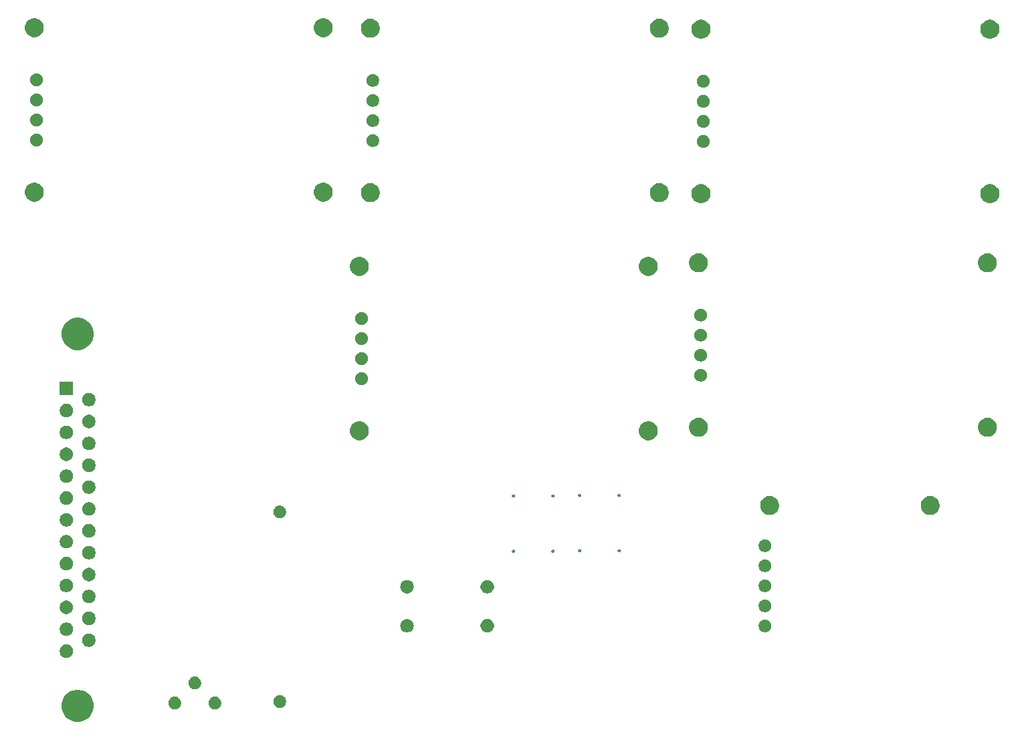
<source format=gbr>
G04 #@! TF.GenerationSoftware,KiCad,Pcbnew,(5.1.0)-1*
G04 #@! TF.CreationDate,2019-05-30T15:11:43+01:00*
G04 #@! TF.ProjectId,Eco-PCB-2,45636f2d-5043-4422-9d32-2e6b69636164,rev?*
G04 #@! TF.SameCoordinates,Original*
G04 #@! TF.FileFunction,Soldermask,Top*
G04 #@! TF.FilePolarity,Negative*
%FSLAX46Y46*%
G04 Gerber Fmt 4.6, Leading zero omitted, Abs format (unit mm)*
G04 Created by KiCad (PCBNEW (5.1.0)-1) date 2019-05-30 15:11:43*
%MOMM*%
%LPD*%
G04 APERTURE LIST*
%ADD10C,0.100000*%
G04 APERTURE END LIST*
D10*
G36*
X56310754Y-156942818D02*
G01*
X56684011Y-157097426D01*
X56684013Y-157097427D01*
X57019936Y-157321884D01*
X57305616Y-157607564D01*
X57519726Y-157928001D01*
X57530074Y-157943489D01*
X57684682Y-158316746D01*
X57763500Y-158712993D01*
X57763500Y-159117007D01*
X57684682Y-159513254D01*
X57530074Y-159886511D01*
X57530073Y-159886513D01*
X57305616Y-160222436D01*
X57019936Y-160508116D01*
X56684013Y-160732573D01*
X56684012Y-160732574D01*
X56684011Y-160732574D01*
X56310754Y-160887182D01*
X55914507Y-160966000D01*
X55510493Y-160966000D01*
X55114246Y-160887182D01*
X54740989Y-160732574D01*
X54740988Y-160732574D01*
X54740987Y-160732573D01*
X54405064Y-160508116D01*
X54119384Y-160222436D01*
X53894927Y-159886513D01*
X53894926Y-159886511D01*
X53740318Y-159513254D01*
X53661500Y-159117007D01*
X53661500Y-158712993D01*
X53740318Y-158316746D01*
X53894926Y-157943489D01*
X53905275Y-157928001D01*
X54119384Y-157607564D01*
X54405064Y-157321884D01*
X54740987Y-157097427D01*
X54740989Y-157097426D01*
X55114246Y-156942818D01*
X55510493Y-156864000D01*
X55914507Y-156864000D01*
X56310754Y-156942818D01*
X56310754Y-156942818D01*
G37*
G36*
X73325642Y-157777742D02*
G01*
X73473601Y-157839029D01*
X73606755Y-157927999D01*
X73720001Y-158041245D01*
X73808971Y-158174399D01*
X73870258Y-158322358D01*
X73901500Y-158479425D01*
X73901500Y-158639575D01*
X73870258Y-158796642D01*
X73808971Y-158944601D01*
X73720001Y-159077755D01*
X73606755Y-159191001D01*
X73473601Y-159279971D01*
X73325642Y-159341258D01*
X73168575Y-159372500D01*
X73008425Y-159372500D01*
X72851358Y-159341258D01*
X72703399Y-159279971D01*
X72570245Y-159191001D01*
X72456999Y-159077755D01*
X72368029Y-158944601D01*
X72306742Y-158796642D01*
X72275500Y-158639575D01*
X72275500Y-158479425D01*
X72306742Y-158322358D01*
X72368029Y-158174399D01*
X72456999Y-158041245D01*
X72570245Y-157927999D01*
X72703399Y-157839029D01*
X72851358Y-157777742D01*
X73008425Y-157746500D01*
X73168575Y-157746500D01*
X73325642Y-157777742D01*
X73325642Y-157777742D01*
G37*
G36*
X68245642Y-157777742D02*
G01*
X68393601Y-157839029D01*
X68526755Y-157927999D01*
X68640001Y-158041245D01*
X68728971Y-158174399D01*
X68790258Y-158322358D01*
X68821500Y-158479425D01*
X68821500Y-158639575D01*
X68790258Y-158796642D01*
X68728971Y-158944601D01*
X68640001Y-159077755D01*
X68526755Y-159191001D01*
X68393601Y-159279971D01*
X68245642Y-159341258D01*
X68088575Y-159372500D01*
X67928425Y-159372500D01*
X67771358Y-159341258D01*
X67623399Y-159279971D01*
X67490245Y-159191001D01*
X67376999Y-159077755D01*
X67288029Y-158944601D01*
X67226742Y-158796642D01*
X67195500Y-158639575D01*
X67195500Y-158479425D01*
X67226742Y-158322358D01*
X67288029Y-158174399D01*
X67376999Y-158041245D01*
X67490245Y-157927999D01*
X67623399Y-157839029D01*
X67771358Y-157777742D01*
X67928425Y-157746500D01*
X68088575Y-157746500D01*
X68245642Y-157777742D01*
X68245642Y-157777742D01*
G37*
G36*
X81533642Y-157585742D02*
G01*
X81681601Y-157647029D01*
X81814755Y-157735999D01*
X81928001Y-157849245D01*
X82016971Y-157982399D01*
X82078258Y-158130358D01*
X82109500Y-158287425D01*
X82109500Y-158447575D01*
X82078258Y-158604642D01*
X82016971Y-158752601D01*
X81928001Y-158885755D01*
X81814755Y-158999001D01*
X81681601Y-159087971D01*
X81533642Y-159149258D01*
X81376575Y-159180500D01*
X81216425Y-159180500D01*
X81059358Y-159149258D01*
X80911399Y-159087971D01*
X80778245Y-158999001D01*
X80664999Y-158885755D01*
X80576029Y-158752601D01*
X80514742Y-158604642D01*
X80483500Y-158447575D01*
X80483500Y-158287425D01*
X80514742Y-158130358D01*
X80576029Y-157982399D01*
X80664999Y-157849245D01*
X80778245Y-157735999D01*
X80911399Y-157647029D01*
X81059358Y-157585742D01*
X81216425Y-157554500D01*
X81376575Y-157554500D01*
X81533642Y-157585742D01*
X81533642Y-157585742D01*
G37*
G36*
X70785642Y-155237742D02*
G01*
X70933601Y-155299029D01*
X71066755Y-155387999D01*
X71180001Y-155501245D01*
X71268971Y-155634399D01*
X71330258Y-155782358D01*
X71361500Y-155939425D01*
X71361500Y-156099575D01*
X71330258Y-156256642D01*
X71268971Y-156404601D01*
X71180001Y-156537755D01*
X71066755Y-156651001D01*
X70933601Y-156739971D01*
X70785642Y-156801258D01*
X70628575Y-156832500D01*
X70468425Y-156832500D01*
X70311358Y-156801258D01*
X70163399Y-156739971D01*
X70030245Y-156651001D01*
X69916999Y-156537755D01*
X69828029Y-156404601D01*
X69766742Y-156256642D01*
X69735500Y-156099575D01*
X69735500Y-155939425D01*
X69766742Y-155782358D01*
X69828029Y-155634399D01*
X69916999Y-155501245D01*
X70030245Y-155387999D01*
X70163399Y-155299029D01*
X70311358Y-155237742D01*
X70468425Y-155206500D01*
X70628575Y-155206500D01*
X70785642Y-155237742D01*
X70785642Y-155237742D01*
G37*
G36*
X54540728Y-151166703D02*
G01*
X54695600Y-151230853D01*
X54834981Y-151323985D01*
X54953515Y-151442519D01*
X55046647Y-151581900D01*
X55110797Y-151736772D01*
X55143500Y-151901184D01*
X55143500Y-152068816D01*
X55110797Y-152233228D01*
X55046647Y-152388100D01*
X54953515Y-152527481D01*
X54834981Y-152646015D01*
X54695600Y-152739147D01*
X54540728Y-152803297D01*
X54376316Y-152836000D01*
X54208684Y-152836000D01*
X54044272Y-152803297D01*
X53889400Y-152739147D01*
X53750019Y-152646015D01*
X53631485Y-152527481D01*
X53538353Y-152388100D01*
X53474203Y-152233228D01*
X53441500Y-152068816D01*
X53441500Y-151901184D01*
X53474203Y-151736772D01*
X53538353Y-151581900D01*
X53631485Y-151442519D01*
X53750019Y-151323985D01*
X53889400Y-151230853D01*
X54044272Y-151166703D01*
X54208684Y-151134000D01*
X54376316Y-151134000D01*
X54540728Y-151166703D01*
X54540728Y-151166703D01*
G37*
G36*
X57380728Y-149781703D02*
G01*
X57535600Y-149845853D01*
X57674981Y-149938985D01*
X57793515Y-150057519D01*
X57886647Y-150196900D01*
X57950797Y-150351772D01*
X57983500Y-150516184D01*
X57983500Y-150683816D01*
X57950797Y-150848228D01*
X57886647Y-151003100D01*
X57793515Y-151142481D01*
X57674981Y-151261015D01*
X57535600Y-151354147D01*
X57380728Y-151418297D01*
X57216316Y-151451000D01*
X57048684Y-151451000D01*
X56884272Y-151418297D01*
X56729400Y-151354147D01*
X56590019Y-151261015D01*
X56471485Y-151142481D01*
X56378353Y-151003100D01*
X56314203Y-150848228D01*
X56281500Y-150683816D01*
X56281500Y-150516184D01*
X56314203Y-150351772D01*
X56378353Y-150196900D01*
X56471485Y-150057519D01*
X56590019Y-149938985D01*
X56729400Y-149845853D01*
X56884272Y-149781703D01*
X57048684Y-149749000D01*
X57216316Y-149749000D01*
X57380728Y-149781703D01*
X57380728Y-149781703D01*
G37*
G36*
X54540728Y-148396703D02*
G01*
X54695600Y-148460853D01*
X54834981Y-148553985D01*
X54953515Y-148672519D01*
X55046647Y-148811900D01*
X55110797Y-148966772D01*
X55143500Y-149131184D01*
X55143500Y-149298816D01*
X55110797Y-149463228D01*
X55046647Y-149618100D01*
X54953515Y-149757481D01*
X54834981Y-149876015D01*
X54695600Y-149969147D01*
X54540728Y-150033297D01*
X54376316Y-150066000D01*
X54208684Y-150066000D01*
X54044272Y-150033297D01*
X53889400Y-149969147D01*
X53750019Y-149876015D01*
X53631485Y-149757481D01*
X53538353Y-149618100D01*
X53474203Y-149463228D01*
X53441500Y-149298816D01*
X53441500Y-149131184D01*
X53474203Y-148966772D01*
X53538353Y-148811900D01*
X53631485Y-148672519D01*
X53750019Y-148553985D01*
X53889400Y-148460853D01*
X54044272Y-148396703D01*
X54208684Y-148364000D01*
X54376316Y-148364000D01*
X54540728Y-148396703D01*
X54540728Y-148396703D01*
G37*
G36*
X107817228Y-147962203D02*
G01*
X107972100Y-148026353D01*
X108111481Y-148119485D01*
X108230015Y-148238019D01*
X108323147Y-148377400D01*
X108387297Y-148532272D01*
X108420000Y-148696684D01*
X108420000Y-148864316D01*
X108387297Y-149028728D01*
X108323147Y-149183600D01*
X108230015Y-149322981D01*
X108111481Y-149441515D01*
X107972100Y-149534647D01*
X107817228Y-149598797D01*
X107652816Y-149631500D01*
X107485184Y-149631500D01*
X107320772Y-149598797D01*
X107165900Y-149534647D01*
X107026519Y-149441515D01*
X106907985Y-149322981D01*
X106814853Y-149183600D01*
X106750703Y-149028728D01*
X106718000Y-148864316D01*
X106718000Y-148696684D01*
X106750703Y-148532272D01*
X106814853Y-148377400D01*
X106907985Y-148238019D01*
X107026519Y-148119485D01*
X107165900Y-148026353D01*
X107320772Y-147962203D01*
X107485184Y-147929500D01*
X107652816Y-147929500D01*
X107817228Y-147962203D01*
X107817228Y-147962203D01*
G37*
G36*
X97575823Y-147941813D02*
G01*
X97736242Y-147990476D01*
X97803361Y-148026352D01*
X97884078Y-148069496D01*
X98013659Y-148175841D01*
X98120004Y-148305422D01*
X98120005Y-148305424D01*
X98199024Y-148453258D01*
X98247687Y-148613677D01*
X98264117Y-148780500D01*
X98247687Y-148947323D01*
X98199024Y-149107742D01*
X98158477Y-149183600D01*
X98120004Y-149255578D01*
X98013659Y-149385159D01*
X97884078Y-149491504D01*
X97884076Y-149491505D01*
X97736242Y-149570524D01*
X97575823Y-149619187D01*
X97450804Y-149631500D01*
X97367196Y-149631500D01*
X97242177Y-149619187D01*
X97081758Y-149570524D01*
X96933924Y-149491505D01*
X96933922Y-149491504D01*
X96804341Y-149385159D01*
X96697996Y-149255578D01*
X96659523Y-149183600D01*
X96618976Y-149107742D01*
X96570313Y-148947323D01*
X96553883Y-148780500D01*
X96570313Y-148613677D01*
X96618976Y-148453258D01*
X96697995Y-148305424D01*
X96697996Y-148305422D01*
X96804341Y-148175841D01*
X96933922Y-148069496D01*
X97014639Y-148026352D01*
X97081758Y-147990476D01*
X97242177Y-147941813D01*
X97367196Y-147929500D01*
X97450804Y-147929500D01*
X97575823Y-147941813D01*
X97575823Y-147941813D01*
G37*
G36*
X142970642Y-147998742D02*
G01*
X143118601Y-148060029D01*
X143251755Y-148148999D01*
X143365001Y-148262245D01*
X143453971Y-148395399D01*
X143515258Y-148543358D01*
X143546500Y-148700425D01*
X143546500Y-148860575D01*
X143515258Y-149017642D01*
X143453971Y-149165601D01*
X143365001Y-149298755D01*
X143251755Y-149412001D01*
X143118601Y-149500971D01*
X142970642Y-149562258D01*
X142813575Y-149593500D01*
X142653425Y-149593500D01*
X142496358Y-149562258D01*
X142348399Y-149500971D01*
X142215245Y-149412001D01*
X142101999Y-149298755D01*
X142013029Y-149165601D01*
X141951742Y-149017642D01*
X141920500Y-148860575D01*
X141920500Y-148700425D01*
X141951742Y-148543358D01*
X142013029Y-148395399D01*
X142101999Y-148262245D01*
X142215245Y-148148999D01*
X142348399Y-148060029D01*
X142496358Y-147998742D01*
X142653425Y-147967500D01*
X142813575Y-147967500D01*
X142970642Y-147998742D01*
X142970642Y-147998742D01*
G37*
G36*
X57380728Y-147011703D02*
G01*
X57535600Y-147075853D01*
X57674981Y-147168985D01*
X57793515Y-147287519D01*
X57886647Y-147426900D01*
X57950797Y-147581772D01*
X57983500Y-147746184D01*
X57983500Y-147913816D01*
X57950797Y-148078228D01*
X57886647Y-148233100D01*
X57793515Y-148372481D01*
X57674981Y-148491015D01*
X57535600Y-148584147D01*
X57380728Y-148648297D01*
X57216316Y-148681000D01*
X57048684Y-148681000D01*
X56884272Y-148648297D01*
X56729400Y-148584147D01*
X56590019Y-148491015D01*
X56471485Y-148372481D01*
X56378353Y-148233100D01*
X56314203Y-148078228D01*
X56281500Y-147913816D01*
X56281500Y-147746184D01*
X56314203Y-147581772D01*
X56378353Y-147426900D01*
X56471485Y-147287519D01*
X56590019Y-147168985D01*
X56729400Y-147075853D01*
X56884272Y-147011703D01*
X57048684Y-146979000D01*
X57216316Y-146979000D01*
X57380728Y-147011703D01*
X57380728Y-147011703D01*
G37*
G36*
X54540728Y-145626703D02*
G01*
X54695600Y-145690853D01*
X54834981Y-145783985D01*
X54953515Y-145902519D01*
X55046647Y-146041900D01*
X55110797Y-146196772D01*
X55143500Y-146361184D01*
X55143500Y-146528816D01*
X55110797Y-146693228D01*
X55046647Y-146848100D01*
X54953515Y-146987481D01*
X54834981Y-147106015D01*
X54695600Y-147199147D01*
X54540728Y-147263297D01*
X54376316Y-147296000D01*
X54208684Y-147296000D01*
X54044272Y-147263297D01*
X53889400Y-147199147D01*
X53750019Y-147106015D01*
X53631485Y-146987481D01*
X53538353Y-146848100D01*
X53474203Y-146693228D01*
X53441500Y-146528816D01*
X53441500Y-146361184D01*
X53474203Y-146196772D01*
X53538353Y-146041900D01*
X53631485Y-145902519D01*
X53750019Y-145783985D01*
X53889400Y-145690853D01*
X54044272Y-145626703D01*
X54208684Y-145594000D01*
X54376316Y-145594000D01*
X54540728Y-145626703D01*
X54540728Y-145626703D01*
G37*
G36*
X142970642Y-145458742D02*
G01*
X143118601Y-145520029D01*
X143251755Y-145608999D01*
X143365001Y-145722245D01*
X143453971Y-145855399D01*
X143515258Y-146003358D01*
X143546500Y-146160425D01*
X143546500Y-146320575D01*
X143515258Y-146477642D01*
X143453971Y-146625601D01*
X143365001Y-146758755D01*
X143251755Y-146872001D01*
X143118601Y-146960971D01*
X142970642Y-147022258D01*
X142813575Y-147053500D01*
X142653425Y-147053500D01*
X142496358Y-147022258D01*
X142348399Y-146960971D01*
X142215245Y-146872001D01*
X142101999Y-146758755D01*
X142013029Y-146625601D01*
X141951742Y-146477642D01*
X141920500Y-146320575D01*
X141920500Y-146160425D01*
X141951742Y-146003358D01*
X142013029Y-145855399D01*
X142101999Y-145722245D01*
X142215245Y-145608999D01*
X142348399Y-145520029D01*
X142496358Y-145458742D01*
X142653425Y-145427500D01*
X142813575Y-145427500D01*
X142970642Y-145458742D01*
X142970642Y-145458742D01*
G37*
G36*
X57380728Y-144241703D02*
G01*
X57535600Y-144305853D01*
X57674981Y-144398985D01*
X57793515Y-144517519D01*
X57886647Y-144656900D01*
X57950797Y-144811772D01*
X57983500Y-144976184D01*
X57983500Y-145143816D01*
X57950797Y-145308228D01*
X57886647Y-145463100D01*
X57793515Y-145602481D01*
X57674981Y-145721015D01*
X57535600Y-145814147D01*
X57380728Y-145878297D01*
X57216316Y-145911000D01*
X57048684Y-145911000D01*
X56884272Y-145878297D01*
X56729400Y-145814147D01*
X56590019Y-145721015D01*
X56471485Y-145602481D01*
X56378353Y-145463100D01*
X56314203Y-145308228D01*
X56281500Y-145143816D01*
X56281500Y-144976184D01*
X56314203Y-144811772D01*
X56378353Y-144656900D01*
X56471485Y-144517519D01*
X56590019Y-144398985D01*
X56729400Y-144305853D01*
X56884272Y-144241703D01*
X57048684Y-144209000D01*
X57216316Y-144209000D01*
X57380728Y-144241703D01*
X57380728Y-144241703D01*
G37*
G36*
X97575823Y-142988813D02*
G01*
X97736242Y-143037476D01*
X97803361Y-143073352D01*
X97884078Y-143116496D01*
X98013659Y-143222841D01*
X98120004Y-143352422D01*
X98120005Y-143352424D01*
X98199024Y-143500258D01*
X98247687Y-143660677D01*
X98264117Y-143827500D01*
X98247687Y-143994323D01*
X98199024Y-144154742D01*
X98158477Y-144230600D01*
X98120004Y-144302578D01*
X98013659Y-144432159D01*
X97884078Y-144538504D01*
X97884076Y-144538505D01*
X97736242Y-144617524D01*
X97575823Y-144666187D01*
X97450804Y-144678500D01*
X97367196Y-144678500D01*
X97242177Y-144666187D01*
X97081758Y-144617524D01*
X96933924Y-144538505D01*
X96933922Y-144538504D01*
X96804341Y-144432159D01*
X96697996Y-144302578D01*
X96659523Y-144230600D01*
X96618976Y-144154742D01*
X96570313Y-143994323D01*
X96553883Y-143827500D01*
X96570313Y-143660677D01*
X96618976Y-143500258D01*
X96697995Y-143352424D01*
X96697996Y-143352422D01*
X96804341Y-143222841D01*
X96933922Y-143116496D01*
X97014639Y-143073352D01*
X97081758Y-143037476D01*
X97242177Y-142988813D01*
X97367196Y-142976500D01*
X97450804Y-142976500D01*
X97575823Y-142988813D01*
X97575823Y-142988813D01*
G37*
G36*
X107817228Y-143009203D02*
G01*
X107972100Y-143073353D01*
X108111481Y-143166485D01*
X108230015Y-143285019D01*
X108323147Y-143424400D01*
X108387297Y-143579272D01*
X108420000Y-143743684D01*
X108420000Y-143911316D01*
X108387297Y-144075728D01*
X108323147Y-144230600D01*
X108230015Y-144369981D01*
X108111481Y-144488515D01*
X107972100Y-144581647D01*
X107817228Y-144645797D01*
X107652816Y-144678500D01*
X107485184Y-144678500D01*
X107320772Y-144645797D01*
X107165900Y-144581647D01*
X107026519Y-144488515D01*
X106907985Y-144369981D01*
X106814853Y-144230600D01*
X106750703Y-144075728D01*
X106718000Y-143911316D01*
X106718000Y-143743684D01*
X106750703Y-143579272D01*
X106814853Y-143424400D01*
X106907985Y-143285019D01*
X107026519Y-143166485D01*
X107165900Y-143073353D01*
X107320772Y-143009203D01*
X107485184Y-142976500D01*
X107652816Y-142976500D01*
X107817228Y-143009203D01*
X107817228Y-143009203D01*
G37*
G36*
X54540728Y-142856703D02*
G01*
X54695600Y-142920853D01*
X54834981Y-143013985D01*
X54953515Y-143132519D01*
X55046647Y-143271900D01*
X55110797Y-143426772D01*
X55143500Y-143591184D01*
X55143500Y-143758816D01*
X55110797Y-143923228D01*
X55046647Y-144078100D01*
X54953515Y-144217481D01*
X54834981Y-144336015D01*
X54695600Y-144429147D01*
X54540728Y-144493297D01*
X54376316Y-144526000D01*
X54208684Y-144526000D01*
X54044272Y-144493297D01*
X53889400Y-144429147D01*
X53750019Y-144336015D01*
X53631485Y-144217481D01*
X53538353Y-144078100D01*
X53474203Y-143923228D01*
X53441500Y-143758816D01*
X53441500Y-143591184D01*
X53474203Y-143426772D01*
X53538353Y-143271900D01*
X53631485Y-143132519D01*
X53750019Y-143013985D01*
X53889400Y-142920853D01*
X54044272Y-142856703D01*
X54208684Y-142824000D01*
X54376316Y-142824000D01*
X54540728Y-142856703D01*
X54540728Y-142856703D01*
G37*
G36*
X142970642Y-142918742D02*
G01*
X143118601Y-142980029D01*
X143251755Y-143068999D01*
X143365001Y-143182245D01*
X143453971Y-143315399D01*
X143515258Y-143463358D01*
X143546500Y-143620425D01*
X143546500Y-143780575D01*
X143515258Y-143937642D01*
X143453971Y-144085601D01*
X143365001Y-144218755D01*
X143251755Y-144332001D01*
X143118601Y-144420971D01*
X142970642Y-144482258D01*
X142813575Y-144513500D01*
X142653425Y-144513500D01*
X142496358Y-144482258D01*
X142348399Y-144420971D01*
X142215245Y-144332001D01*
X142101999Y-144218755D01*
X142013029Y-144085601D01*
X141951742Y-143937642D01*
X141920500Y-143780575D01*
X141920500Y-143620425D01*
X141951742Y-143463358D01*
X142013029Y-143315399D01*
X142101999Y-143182245D01*
X142215245Y-143068999D01*
X142348399Y-142980029D01*
X142496358Y-142918742D01*
X142653425Y-142887500D01*
X142813575Y-142887500D01*
X142970642Y-142918742D01*
X142970642Y-142918742D01*
G37*
G36*
X57380728Y-141471703D02*
G01*
X57535600Y-141535853D01*
X57674981Y-141628985D01*
X57793515Y-141747519D01*
X57886647Y-141886900D01*
X57950797Y-142041772D01*
X57983500Y-142206184D01*
X57983500Y-142373816D01*
X57950797Y-142538228D01*
X57886647Y-142693100D01*
X57793515Y-142832481D01*
X57674981Y-142951015D01*
X57535600Y-143044147D01*
X57380728Y-143108297D01*
X57216316Y-143141000D01*
X57048684Y-143141000D01*
X56884272Y-143108297D01*
X56729400Y-143044147D01*
X56590019Y-142951015D01*
X56471485Y-142832481D01*
X56378353Y-142693100D01*
X56314203Y-142538228D01*
X56281500Y-142373816D01*
X56281500Y-142206184D01*
X56314203Y-142041772D01*
X56378353Y-141886900D01*
X56471485Y-141747519D01*
X56590019Y-141628985D01*
X56729400Y-141535853D01*
X56884272Y-141471703D01*
X57048684Y-141439000D01*
X57216316Y-141439000D01*
X57380728Y-141471703D01*
X57380728Y-141471703D01*
G37*
G36*
X142970642Y-140378742D02*
G01*
X143118601Y-140440029D01*
X143251755Y-140528999D01*
X143365001Y-140642245D01*
X143453971Y-140775399D01*
X143515258Y-140923358D01*
X143546500Y-141080425D01*
X143546500Y-141240575D01*
X143515258Y-141397642D01*
X143453971Y-141545601D01*
X143365001Y-141678755D01*
X143251755Y-141792001D01*
X143118601Y-141880971D01*
X142970642Y-141942258D01*
X142813575Y-141973500D01*
X142653425Y-141973500D01*
X142496358Y-141942258D01*
X142348399Y-141880971D01*
X142215245Y-141792001D01*
X142101999Y-141678755D01*
X142013029Y-141545601D01*
X141951742Y-141397642D01*
X141920500Y-141240575D01*
X141920500Y-141080425D01*
X141951742Y-140923358D01*
X142013029Y-140775399D01*
X142101999Y-140642245D01*
X142215245Y-140528999D01*
X142348399Y-140440029D01*
X142496358Y-140378742D01*
X142653425Y-140347500D01*
X142813575Y-140347500D01*
X142970642Y-140378742D01*
X142970642Y-140378742D01*
G37*
G36*
X54540728Y-140086703D02*
G01*
X54695600Y-140150853D01*
X54834981Y-140243985D01*
X54953515Y-140362519D01*
X55046647Y-140501900D01*
X55110797Y-140656772D01*
X55143500Y-140821184D01*
X55143500Y-140988816D01*
X55110797Y-141153228D01*
X55046647Y-141308100D01*
X54953515Y-141447481D01*
X54834981Y-141566015D01*
X54695600Y-141659147D01*
X54540728Y-141723297D01*
X54376316Y-141756000D01*
X54208684Y-141756000D01*
X54044272Y-141723297D01*
X53889400Y-141659147D01*
X53750019Y-141566015D01*
X53631485Y-141447481D01*
X53538353Y-141308100D01*
X53474203Y-141153228D01*
X53441500Y-140988816D01*
X53441500Y-140821184D01*
X53474203Y-140656772D01*
X53538353Y-140501900D01*
X53631485Y-140362519D01*
X53750019Y-140243985D01*
X53889400Y-140150853D01*
X54044272Y-140086703D01*
X54208684Y-140054000D01*
X54376316Y-140054000D01*
X54540728Y-140086703D01*
X54540728Y-140086703D01*
G37*
G36*
X57380728Y-138701703D02*
G01*
X57535600Y-138765853D01*
X57674981Y-138858985D01*
X57793515Y-138977519D01*
X57886647Y-139116900D01*
X57950797Y-139271772D01*
X57983500Y-139436184D01*
X57983500Y-139603816D01*
X57950797Y-139768228D01*
X57886647Y-139923100D01*
X57793515Y-140062481D01*
X57674981Y-140181015D01*
X57535600Y-140274147D01*
X57380728Y-140338297D01*
X57216316Y-140371000D01*
X57048684Y-140371000D01*
X56884272Y-140338297D01*
X56729400Y-140274147D01*
X56590019Y-140181015D01*
X56471485Y-140062481D01*
X56378353Y-139923100D01*
X56314203Y-139768228D01*
X56281500Y-139603816D01*
X56281500Y-139436184D01*
X56314203Y-139271772D01*
X56378353Y-139116900D01*
X56471485Y-138977519D01*
X56590019Y-138858985D01*
X56729400Y-138765853D01*
X56884272Y-138701703D01*
X57048684Y-138669000D01*
X57216316Y-138669000D01*
X57380728Y-138701703D01*
X57380728Y-138701703D01*
G37*
G36*
X110946126Y-139140723D02*
G01*
X110946127Y-139140723D01*
X110946130Y-139140724D01*
X110982709Y-139155876D01*
X111015630Y-139177873D01*
X111043627Y-139205870D01*
X111065624Y-139238791D01*
X111080776Y-139275370D01*
X111088500Y-139314203D01*
X111088500Y-139353797D01*
X111080776Y-139392630D01*
X111065624Y-139429209D01*
X111043627Y-139462130D01*
X111015630Y-139490127D01*
X110982709Y-139512124D01*
X110946130Y-139527276D01*
X110946127Y-139527277D01*
X110946126Y-139527277D01*
X110907298Y-139535000D01*
X110867702Y-139535000D01*
X110828874Y-139527277D01*
X110828873Y-139527277D01*
X110828870Y-139527276D01*
X110792291Y-139512124D01*
X110759370Y-139490127D01*
X110731373Y-139462130D01*
X110709376Y-139429209D01*
X110694224Y-139392630D01*
X110686500Y-139353797D01*
X110686500Y-139314203D01*
X110694224Y-139275370D01*
X110709376Y-139238791D01*
X110731373Y-139205870D01*
X110759370Y-139177873D01*
X110792291Y-139155876D01*
X110828870Y-139140724D01*
X110828873Y-139140723D01*
X110828874Y-139140723D01*
X110867702Y-139133000D01*
X110907298Y-139133000D01*
X110946126Y-139140723D01*
X110946126Y-139140723D01*
G37*
G36*
X115946126Y-139140723D02*
G01*
X115946127Y-139140723D01*
X115946130Y-139140724D01*
X115982709Y-139155876D01*
X116015630Y-139177873D01*
X116043627Y-139205870D01*
X116065624Y-139238791D01*
X116080776Y-139275370D01*
X116088500Y-139314203D01*
X116088500Y-139353797D01*
X116080776Y-139392630D01*
X116065624Y-139429209D01*
X116043627Y-139462130D01*
X116015630Y-139490127D01*
X115982709Y-139512124D01*
X115946130Y-139527276D01*
X115946127Y-139527277D01*
X115946126Y-139527277D01*
X115907298Y-139535000D01*
X115867702Y-139535000D01*
X115828874Y-139527277D01*
X115828873Y-139527277D01*
X115828870Y-139527276D01*
X115792291Y-139512124D01*
X115759370Y-139490127D01*
X115731373Y-139462130D01*
X115709376Y-139429209D01*
X115694224Y-139392630D01*
X115686500Y-139353797D01*
X115686500Y-139314203D01*
X115694224Y-139275370D01*
X115709376Y-139238791D01*
X115731373Y-139205870D01*
X115759370Y-139177873D01*
X115792291Y-139155876D01*
X115828870Y-139140724D01*
X115828873Y-139140723D01*
X115828874Y-139140723D01*
X115867702Y-139133000D01*
X115907298Y-139133000D01*
X115946126Y-139140723D01*
X115946126Y-139140723D01*
G37*
G36*
X119328126Y-139077223D02*
G01*
X119328127Y-139077223D01*
X119328130Y-139077224D01*
X119364709Y-139092376D01*
X119397630Y-139114373D01*
X119425627Y-139142370D01*
X119447624Y-139175291D01*
X119462776Y-139211870D01*
X119470500Y-139250703D01*
X119470500Y-139290297D01*
X119462776Y-139329130D01*
X119447624Y-139365709D01*
X119425627Y-139398630D01*
X119397630Y-139426627D01*
X119364709Y-139448624D01*
X119328130Y-139463776D01*
X119328127Y-139463777D01*
X119328126Y-139463777D01*
X119289298Y-139471500D01*
X119249702Y-139471500D01*
X119210874Y-139463777D01*
X119210873Y-139463777D01*
X119210870Y-139463776D01*
X119174291Y-139448624D01*
X119141370Y-139426627D01*
X119113373Y-139398630D01*
X119091376Y-139365709D01*
X119076224Y-139329130D01*
X119068500Y-139290297D01*
X119068500Y-139250703D01*
X119076224Y-139211870D01*
X119091376Y-139175291D01*
X119113373Y-139142370D01*
X119141370Y-139114373D01*
X119174291Y-139092376D01*
X119210870Y-139077224D01*
X119210873Y-139077223D01*
X119210874Y-139077223D01*
X119249702Y-139069500D01*
X119289298Y-139069500D01*
X119328126Y-139077223D01*
X119328126Y-139077223D01*
G37*
G36*
X124328126Y-139077223D02*
G01*
X124328127Y-139077223D01*
X124328130Y-139077224D01*
X124364709Y-139092376D01*
X124397630Y-139114373D01*
X124425627Y-139142370D01*
X124447624Y-139175291D01*
X124462776Y-139211870D01*
X124470500Y-139250703D01*
X124470500Y-139290297D01*
X124462776Y-139329130D01*
X124447624Y-139365709D01*
X124425627Y-139398630D01*
X124397630Y-139426627D01*
X124364709Y-139448624D01*
X124328130Y-139463776D01*
X124328127Y-139463777D01*
X124328126Y-139463777D01*
X124289298Y-139471500D01*
X124249702Y-139471500D01*
X124210874Y-139463777D01*
X124210873Y-139463777D01*
X124210870Y-139463776D01*
X124174291Y-139448624D01*
X124141370Y-139426627D01*
X124113373Y-139398630D01*
X124091376Y-139365709D01*
X124076224Y-139329130D01*
X124068500Y-139290297D01*
X124068500Y-139250703D01*
X124076224Y-139211870D01*
X124091376Y-139175291D01*
X124113373Y-139142370D01*
X124141370Y-139114373D01*
X124174291Y-139092376D01*
X124210870Y-139077224D01*
X124210873Y-139077223D01*
X124210874Y-139077223D01*
X124249702Y-139069500D01*
X124289298Y-139069500D01*
X124328126Y-139077223D01*
X124328126Y-139077223D01*
G37*
G36*
X142970642Y-137838742D02*
G01*
X143118601Y-137900029D01*
X143251755Y-137988999D01*
X143365001Y-138102245D01*
X143453971Y-138235399D01*
X143515258Y-138383358D01*
X143546500Y-138540425D01*
X143546500Y-138700575D01*
X143515258Y-138857642D01*
X143453971Y-139005601D01*
X143365001Y-139138755D01*
X143251755Y-139252001D01*
X143118601Y-139340971D01*
X142970642Y-139402258D01*
X142813575Y-139433500D01*
X142653425Y-139433500D01*
X142496358Y-139402258D01*
X142348399Y-139340971D01*
X142215245Y-139252001D01*
X142101999Y-139138755D01*
X142013029Y-139005601D01*
X141951742Y-138857642D01*
X141920500Y-138700575D01*
X141920500Y-138540425D01*
X141951742Y-138383358D01*
X142013029Y-138235399D01*
X142101999Y-138102245D01*
X142215245Y-137988999D01*
X142348399Y-137900029D01*
X142496358Y-137838742D01*
X142653425Y-137807500D01*
X142813575Y-137807500D01*
X142970642Y-137838742D01*
X142970642Y-137838742D01*
G37*
G36*
X54540728Y-137316703D02*
G01*
X54695600Y-137380853D01*
X54834981Y-137473985D01*
X54953515Y-137592519D01*
X55046647Y-137731900D01*
X55110797Y-137886772D01*
X55143500Y-138051184D01*
X55143500Y-138218816D01*
X55110797Y-138383228D01*
X55046647Y-138538100D01*
X54953515Y-138677481D01*
X54834981Y-138796015D01*
X54695600Y-138889147D01*
X54540728Y-138953297D01*
X54376316Y-138986000D01*
X54208684Y-138986000D01*
X54044272Y-138953297D01*
X53889400Y-138889147D01*
X53750019Y-138796015D01*
X53631485Y-138677481D01*
X53538353Y-138538100D01*
X53474203Y-138383228D01*
X53441500Y-138218816D01*
X53441500Y-138051184D01*
X53474203Y-137886772D01*
X53538353Y-137731900D01*
X53631485Y-137592519D01*
X53750019Y-137473985D01*
X53889400Y-137380853D01*
X54044272Y-137316703D01*
X54208684Y-137284000D01*
X54376316Y-137284000D01*
X54540728Y-137316703D01*
X54540728Y-137316703D01*
G37*
G36*
X57380728Y-135931703D02*
G01*
X57535600Y-135995853D01*
X57674981Y-136088985D01*
X57793515Y-136207519D01*
X57886647Y-136346900D01*
X57950797Y-136501772D01*
X57983500Y-136666184D01*
X57983500Y-136833816D01*
X57950797Y-136998228D01*
X57886647Y-137153100D01*
X57793515Y-137292481D01*
X57674981Y-137411015D01*
X57535600Y-137504147D01*
X57380728Y-137568297D01*
X57216316Y-137601000D01*
X57048684Y-137601000D01*
X56884272Y-137568297D01*
X56729400Y-137504147D01*
X56590019Y-137411015D01*
X56471485Y-137292481D01*
X56378353Y-137153100D01*
X56314203Y-136998228D01*
X56281500Y-136833816D01*
X56281500Y-136666184D01*
X56314203Y-136501772D01*
X56378353Y-136346900D01*
X56471485Y-136207519D01*
X56590019Y-136088985D01*
X56729400Y-135995853D01*
X56884272Y-135931703D01*
X57048684Y-135899000D01*
X57216316Y-135899000D01*
X57380728Y-135931703D01*
X57380728Y-135931703D01*
G37*
G36*
X54540728Y-134546703D02*
G01*
X54695600Y-134610853D01*
X54834981Y-134703985D01*
X54953515Y-134822519D01*
X55046647Y-134961900D01*
X55110797Y-135116772D01*
X55143500Y-135281184D01*
X55143500Y-135448816D01*
X55110797Y-135613228D01*
X55046647Y-135768100D01*
X54953515Y-135907481D01*
X54834981Y-136026015D01*
X54695600Y-136119147D01*
X54540728Y-136183297D01*
X54376316Y-136216000D01*
X54208684Y-136216000D01*
X54044272Y-136183297D01*
X53889400Y-136119147D01*
X53750019Y-136026015D01*
X53631485Y-135907481D01*
X53538353Y-135768100D01*
X53474203Y-135613228D01*
X53441500Y-135448816D01*
X53441500Y-135281184D01*
X53474203Y-135116772D01*
X53538353Y-134961900D01*
X53631485Y-134822519D01*
X53750019Y-134703985D01*
X53889400Y-134610853D01*
X54044272Y-134546703D01*
X54208684Y-134514000D01*
X54376316Y-134514000D01*
X54540728Y-134546703D01*
X54540728Y-134546703D01*
G37*
G36*
X81533642Y-133585742D02*
G01*
X81681601Y-133647029D01*
X81814755Y-133735999D01*
X81928001Y-133849245D01*
X82016971Y-133982399D01*
X82078258Y-134130358D01*
X82109500Y-134287425D01*
X82109500Y-134447575D01*
X82078258Y-134604642D01*
X82016971Y-134752601D01*
X81928001Y-134885755D01*
X81814755Y-134999001D01*
X81681601Y-135087971D01*
X81533642Y-135149258D01*
X81376575Y-135180500D01*
X81216425Y-135180500D01*
X81059358Y-135149258D01*
X80911399Y-135087971D01*
X80778245Y-134999001D01*
X80664999Y-134885755D01*
X80576029Y-134752601D01*
X80514742Y-134604642D01*
X80483500Y-134447575D01*
X80483500Y-134287425D01*
X80514742Y-134130358D01*
X80576029Y-133982399D01*
X80664999Y-133849245D01*
X80778245Y-133735999D01*
X80911399Y-133647029D01*
X81059358Y-133585742D01*
X81216425Y-133554500D01*
X81376575Y-133554500D01*
X81533642Y-133585742D01*
X81533642Y-133585742D01*
G37*
G36*
X57380728Y-133161703D02*
G01*
X57535600Y-133225853D01*
X57674981Y-133318985D01*
X57793515Y-133437519D01*
X57886647Y-133576900D01*
X57950797Y-133731772D01*
X57983500Y-133896184D01*
X57983500Y-134063816D01*
X57950797Y-134228228D01*
X57886647Y-134383100D01*
X57793515Y-134522481D01*
X57674981Y-134641015D01*
X57535600Y-134734147D01*
X57380728Y-134798297D01*
X57216316Y-134831000D01*
X57048684Y-134831000D01*
X56884272Y-134798297D01*
X56729400Y-134734147D01*
X56590019Y-134641015D01*
X56471485Y-134522481D01*
X56378353Y-134383100D01*
X56314203Y-134228228D01*
X56281500Y-134063816D01*
X56281500Y-133896184D01*
X56314203Y-133731772D01*
X56378353Y-133576900D01*
X56471485Y-133437519D01*
X56590019Y-133318985D01*
X56729400Y-133225853D01*
X56884272Y-133161703D01*
X57048684Y-133129000D01*
X57216316Y-133129000D01*
X57380728Y-133161703D01*
X57380728Y-133161703D01*
G37*
G36*
X143669818Y-132385653D02*
G01*
X143888385Y-132476187D01*
X143888387Y-132476188D01*
X144085093Y-132607622D01*
X144252378Y-132774907D01*
X144383812Y-132971613D01*
X144383813Y-132971615D01*
X144474347Y-133190182D01*
X144520500Y-133422210D01*
X144520500Y-133658790D01*
X144474347Y-133890818D01*
X144436412Y-133982400D01*
X144383812Y-134109387D01*
X144252378Y-134306093D01*
X144085093Y-134473378D01*
X143888387Y-134604812D01*
X143888386Y-134604813D01*
X143888385Y-134604813D01*
X143669818Y-134695347D01*
X143437790Y-134741500D01*
X143201210Y-134741500D01*
X142969182Y-134695347D01*
X142750615Y-134604813D01*
X142750614Y-134604813D01*
X142750613Y-134604812D01*
X142553907Y-134473378D01*
X142386622Y-134306093D01*
X142255188Y-134109387D01*
X142202588Y-133982400D01*
X142164653Y-133890818D01*
X142118500Y-133658790D01*
X142118500Y-133422210D01*
X142164653Y-133190182D01*
X142255187Y-132971615D01*
X142255188Y-132971613D01*
X142386622Y-132774907D01*
X142553907Y-132607622D01*
X142750613Y-132476188D01*
X142750615Y-132476187D01*
X142969182Y-132385653D01*
X143201210Y-132339500D01*
X143437790Y-132339500D01*
X143669818Y-132385653D01*
X143669818Y-132385653D01*
G37*
G36*
X163989818Y-132385653D02*
G01*
X164208385Y-132476187D01*
X164208387Y-132476188D01*
X164405093Y-132607622D01*
X164572378Y-132774907D01*
X164703812Y-132971613D01*
X164703813Y-132971615D01*
X164794347Y-133190182D01*
X164840500Y-133422210D01*
X164840500Y-133658790D01*
X164794347Y-133890818D01*
X164756412Y-133982400D01*
X164703812Y-134109387D01*
X164572378Y-134306093D01*
X164405093Y-134473378D01*
X164208387Y-134604812D01*
X164208386Y-134604813D01*
X164208385Y-134604813D01*
X163989818Y-134695347D01*
X163757790Y-134741500D01*
X163521210Y-134741500D01*
X163289182Y-134695347D01*
X163070615Y-134604813D01*
X163070614Y-134604813D01*
X163070613Y-134604812D01*
X162873907Y-134473378D01*
X162706622Y-134306093D01*
X162575188Y-134109387D01*
X162522588Y-133982400D01*
X162484653Y-133890818D01*
X162438500Y-133658790D01*
X162438500Y-133422210D01*
X162484653Y-133190182D01*
X162575187Y-132971615D01*
X162575188Y-132971613D01*
X162706622Y-132774907D01*
X162873907Y-132607622D01*
X163070613Y-132476188D01*
X163070615Y-132476187D01*
X163289182Y-132385653D01*
X163521210Y-132339500D01*
X163757790Y-132339500D01*
X163989818Y-132385653D01*
X163989818Y-132385653D01*
G37*
G36*
X54540728Y-131776703D02*
G01*
X54695600Y-131840853D01*
X54834981Y-131933985D01*
X54953515Y-132052519D01*
X55046647Y-132191900D01*
X55110797Y-132346772D01*
X55143500Y-132511184D01*
X55143500Y-132678816D01*
X55110797Y-132843228D01*
X55046647Y-132998100D01*
X54953515Y-133137481D01*
X54834981Y-133256015D01*
X54695600Y-133349147D01*
X54540728Y-133413297D01*
X54376316Y-133446000D01*
X54208684Y-133446000D01*
X54044272Y-133413297D01*
X53889400Y-133349147D01*
X53750019Y-133256015D01*
X53631485Y-133137481D01*
X53538353Y-132998100D01*
X53474203Y-132843228D01*
X53441500Y-132678816D01*
X53441500Y-132511184D01*
X53474203Y-132346772D01*
X53538353Y-132191900D01*
X53631485Y-132052519D01*
X53750019Y-131933985D01*
X53889400Y-131840853D01*
X54044272Y-131776703D01*
X54208684Y-131744000D01*
X54376316Y-131744000D01*
X54540728Y-131776703D01*
X54540728Y-131776703D01*
G37*
G36*
X115946126Y-132140723D02*
G01*
X115946127Y-132140723D01*
X115946130Y-132140724D01*
X115982709Y-132155876D01*
X116015630Y-132177873D01*
X116043627Y-132205870D01*
X116065624Y-132238791D01*
X116080776Y-132275370D01*
X116088500Y-132314203D01*
X116088500Y-132353797D01*
X116080776Y-132392630D01*
X116065624Y-132429209D01*
X116043627Y-132462130D01*
X116015630Y-132490127D01*
X115982709Y-132512124D01*
X115946130Y-132527276D01*
X115946127Y-132527277D01*
X115946126Y-132527277D01*
X115907298Y-132535000D01*
X115867702Y-132535000D01*
X115828874Y-132527277D01*
X115828873Y-132527277D01*
X115828870Y-132527276D01*
X115792291Y-132512124D01*
X115759370Y-132490127D01*
X115731373Y-132462130D01*
X115709376Y-132429209D01*
X115694224Y-132392630D01*
X115686500Y-132353797D01*
X115686500Y-132314203D01*
X115694224Y-132275370D01*
X115709376Y-132238791D01*
X115731373Y-132205870D01*
X115759370Y-132177873D01*
X115792291Y-132155876D01*
X115828870Y-132140724D01*
X115828873Y-132140723D01*
X115828874Y-132140723D01*
X115867702Y-132133000D01*
X115907298Y-132133000D01*
X115946126Y-132140723D01*
X115946126Y-132140723D01*
G37*
G36*
X110946126Y-132140723D02*
G01*
X110946127Y-132140723D01*
X110946130Y-132140724D01*
X110982709Y-132155876D01*
X111015630Y-132177873D01*
X111043627Y-132205870D01*
X111065624Y-132238791D01*
X111080776Y-132275370D01*
X111088500Y-132314203D01*
X111088500Y-132353797D01*
X111080776Y-132392630D01*
X111065624Y-132429209D01*
X111043627Y-132462130D01*
X111015630Y-132490127D01*
X110982709Y-132512124D01*
X110946130Y-132527276D01*
X110946127Y-132527277D01*
X110946126Y-132527277D01*
X110907298Y-132535000D01*
X110867702Y-132535000D01*
X110828874Y-132527277D01*
X110828873Y-132527277D01*
X110828870Y-132527276D01*
X110792291Y-132512124D01*
X110759370Y-132490127D01*
X110731373Y-132462130D01*
X110709376Y-132429209D01*
X110694224Y-132392630D01*
X110686500Y-132353797D01*
X110686500Y-132314203D01*
X110694224Y-132275370D01*
X110709376Y-132238791D01*
X110731373Y-132205870D01*
X110759370Y-132177873D01*
X110792291Y-132155876D01*
X110828870Y-132140724D01*
X110828873Y-132140723D01*
X110828874Y-132140723D01*
X110867702Y-132133000D01*
X110907298Y-132133000D01*
X110946126Y-132140723D01*
X110946126Y-132140723D01*
G37*
G36*
X119328126Y-132077223D02*
G01*
X119328127Y-132077223D01*
X119328130Y-132077224D01*
X119364709Y-132092376D01*
X119397630Y-132114373D01*
X119425627Y-132142370D01*
X119447624Y-132175291D01*
X119462776Y-132211870D01*
X119470500Y-132250703D01*
X119470500Y-132290297D01*
X119462776Y-132329130D01*
X119447624Y-132365709D01*
X119425627Y-132398630D01*
X119397630Y-132426627D01*
X119364709Y-132448624D01*
X119328130Y-132463776D01*
X119328127Y-132463777D01*
X119328126Y-132463777D01*
X119289298Y-132471500D01*
X119249702Y-132471500D01*
X119210874Y-132463777D01*
X119210873Y-132463777D01*
X119210870Y-132463776D01*
X119174291Y-132448624D01*
X119141370Y-132426627D01*
X119113373Y-132398630D01*
X119091376Y-132365709D01*
X119076224Y-132329130D01*
X119068500Y-132290297D01*
X119068500Y-132250703D01*
X119076224Y-132211870D01*
X119091376Y-132175291D01*
X119113373Y-132142370D01*
X119141370Y-132114373D01*
X119174291Y-132092376D01*
X119210870Y-132077224D01*
X119210873Y-132077223D01*
X119210874Y-132077223D01*
X119249702Y-132069500D01*
X119289298Y-132069500D01*
X119328126Y-132077223D01*
X119328126Y-132077223D01*
G37*
G36*
X124328126Y-132077223D02*
G01*
X124328127Y-132077223D01*
X124328130Y-132077224D01*
X124364709Y-132092376D01*
X124397630Y-132114373D01*
X124425627Y-132142370D01*
X124447624Y-132175291D01*
X124462776Y-132211870D01*
X124470500Y-132250703D01*
X124470500Y-132290297D01*
X124462776Y-132329130D01*
X124447624Y-132365709D01*
X124425627Y-132398630D01*
X124397630Y-132426627D01*
X124364709Y-132448624D01*
X124328130Y-132463776D01*
X124328127Y-132463777D01*
X124328126Y-132463777D01*
X124289298Y-132471500D01*
X124249702Y-132471500D01*
X124210874Y-132463777D01*
X124210873Y-132463777D01*
X124210870Y-132463776D01*
X124174291Y-132448624D01*
X124141370Y-132426627D01*
X124113373Y-132398630D01*
X124091376Y-132365709D01*
X124076224Y-132329130D01*
X124068500Y-132290297D01*
X124068500Y-132250703D01*
X124076224Y-132211870D01*
X124091376Y-132175291D01*
X124113373Y-132142370D01*
X124141370Y-132114373D01*
X124174291Y-132092376D01*
X124210870Y-132077224D01*
X124210873Y-132077223D01*
X124210874Y-132077223D01*
X124249702Y-132069500D01*
X124289298Y-132069500D01*
X124328126Y-132077223D01*
X124328126Y-132077223D01*
G37*
G36*
X57380728Y-130391703D02*
G01*
X57535600Y-130455853D01*
X57674981Y-130548985D01*
X57793515Y-130667519D01*
X57886647Y-130806900D01*
X57950797Y-130961772D01*
X57983500Y-131126184D01*
X57983500Y-131293816D01*
X57950797Y-131458228D01*
X57886647Y-131613100D01*
X57793515Y-131752481D01*
X57674981Y-131871015D01*
X57535600Y-131964147D01*
X57380728Y-132028297D01*
X57216316Y-132061000D01*
X57048684Y-132061000D01*
X56884272Y-132028297D01*
X56729400Y-131964147D01*
X56590019Y-131871015D01*
X56471485Y-131752481D01*
X56378353Y-131613100D01*
X56314203Y-131458228D01*
X56281500Y-131293816D01*
X56281500Y-131126184D01*
X56314203Y-130961772D01*
X56378353Y-130806900D01*
X56471485Y-130667519D01*
X56590019Y-130548985D01*
X56729400Y-130455853D01*
X56884272Y-130391703D01*
X57048684Y-130359000D01*
X57216316Y-130359000D01*
X57380728Y-130391703D01*
X57380728Y-130391703D01*
G37*
G36*
X54540728Y-129006703D02*
G01*
X54695600Y-129070853D01*
X54834981Y-129163985D01*
X54953515Y-129282519D01*
X55046647Y-129421900D01*
X55110797Y-129576772D01*
X55143500Y-129741184D01*
X55143500Y-129908816D01*
X55110797Y-130073228D01*
X55046647Y-130228100D01*
X54953515Y-130367481D01*
X54834981Y-130486015D01*
X54695600Y-130579147D01*
X54540728Y-130643297D01*
X54376316Y-130676000D01*
X54208684Y-130676000D01*
X54044272Y-130643297D01*
X53889400Y-130579147D01*
X53750019Y-130486015D01*
X53631485Y-130367481D01*
X53538353Y-130228100D01*
X53474203Y-130073228D01*
X53441500Y-129908816D01*
X53441500Y-129741184D01*
X53474203Y-129576772D01*
X53538353Y-129421900D01*
X53631485Y-129282519D01*
X53750019Y-129163985D01*
X53889400Y-129070853D01*
X54044272Y-129006703D01*
X54208684Y-128974000D01*
X54376316Y-128974000D01*
X54540728Y-129006703D01*
X54540728Y-129006703D01*
G37*
G36*
X57380728Y-127621703D02*
G01*
X57535600Y-127685853D01*
X57674981Y-127778985D01*
X57793515Y-127897519D01*
X57886647Y-128036900D01*
X57950797Y-128191772D01*
X57983500Y-128356184D01*
X57983500Y-128523816D01*
X57950797Y-128688228D01*
X57886647Y-128843100D01*
X57793515Y-128982481D01*
X57674981Y-129101015D01*
X57535600Y-129194147D01*
X57380728Y-129258297D01*
X57216316Y-129291000D01*
X57048684Y-129291000D01*
X56884272Y-129258297D01*
X56729400Y-129194147D01*
X56590019Y-129101015D01*
X56471485Y-128982481D01*
X56378353Y-128843100D01*
X56314203Y-128688228D01*
X56281500Y-128523816D01*
X56281500Y-128356184D01*
X56314203Y-128191772D01*
X56378353Y-128036900D01*
X56471485Y-127897519D01*
X56590019Y-127778985D01*
X56729400Y-127685853D01*
X56884272Y-127621703D01*
X57048684Y-127589000D01*
X57216316Y-127589000D01*
X57380728Y-127621703D01*
X57380728Y-127621703D01*
G37*
G36*
X54540728Y-126236703D02*
G01*
X54695600Y-126300853D01*
X54834981Y-126393985D01*
X54953515Y-126512519D01*
X55046647Y-126651900D01*
X55110797Y-126806772D01*
X55143500Y-126971184D01*
X55143500Y-127138816D01*
X55110797Y-127303228D01*
X55046647Y-127458100D01*
X54953515Y-127597481D01*
X54834981Y-127716015D01*
X54695600Y-127809147D01*
X54540728Y-127873297D01*
X54376316Y-127906000D01*
X54208684Y-127906000D01*
X54044272Y-127873297D01*
X53889400Y-127809147D01*
X53750019Y-127716015D01*
X53631485Y-127597481D01*
X53538353Y-127458100D01*
X53474203Y-127303228D01*
X53441500Y-127138816D01*
X53441500Y-126971184D01*
X53474203Y-126806772D01*
X53538353Y-126651900D01*
X53631485Y-126512519D01*
X53750019Y-126393985D01*
X53889400Y-126300853D01*
X54044272Y-126236703D01*
X54208684Y-126204000D01*
X54376316Y-126204000D01*
X54540728Y-126236703D01*
X54540728Y-126236703D01*
G37*
G36*
X57380728Y-124851703D02*
G01*
X57535600Y-124915853D01*
X57674981Y-125008985D01*
X57793515Y-125127519D01*
X57886647Y-125266900D01*
X57950797Y-125421772D01*
X57983500Y-125586184D01*
X57983500Y-125753816D01*
X57950797Y-125918228D01*
X57886647Y-126073100D01*
X57793515Y-126212481D01*
X57674981Y-126331015D01*
X57535600Y-126424147D01*
X57380728Y-126488297D01*
X57216316Y-126521000D01*
X57048684Y-126521000D01*
X56884272Y-126488297D01*
X56729400Y-126424147D01*
X56590019Y-126331015D01*
X56471485Y-126212481D01*
X56378353Y-126073100D01*
X56314203Y-125918228D01*
X56281500Y-125753816D01*
X56281500Y-125586184D01*
X56314203Y-125421772D01*
X56378353Y-125266900D01*
X56471485Y-125127519D01*
X56590019Y-125008985D01*
X56729400Y-124915853D01*
X56884272Y-124851703D01*
X57048684Y-124819000D01*
X57216316Y-124819000D01*
X57380728Y-124851703D01*
X57380728Y-124851703D01*
G37*
G36*
X128302818Y-122924153D02*
G01*
X128446856Y-122983816D01*
X128521387Y-123014688D01*
X128718093Y-123146122D01*
X128885378Y-123313407D01*
X129016812Y-123510113D01*
X129016813Y-123510115D01*
X129107347Y-123728682D01*
X129153500Y-123960710D01*
X129153500Y-124197290D01*
X129107347Y-124429318D01*
X129064305Y-124533229D01*
X129016812Y-124647887D01*
X128885378Y-124844593D01*
X128718093Y-125011878D01*
X128521387Y-125143312D01*
X128521386Y-125143313D01*
X128521385Y-125143313D01*
X128302818Y-125233847D01*
X128070790Y-125280000D01*
X127834210Y-125280000D01*
X127602182Y-125233847D01*
X127383615Y-125143313D01*
X127383614Y-125143313D01*
X127383613Y-125143312D01*
X127186907Y-125011878D01*
X127019622Y-124844593D01*
X126888188Y-124647887D01*
X126840695Y-124533229D01*
X126797653Y-124429318D01*
X126751500Y-124197290D01*
X126751500Y-123960710D01*
X126797653Y-123728682D01*
X126888187Y-123510115D01*
X126888188Y-123510113D01*
X127019622Y-123313407D01*
X127186907Y-123146122D01*
X127383613Y-123014688D01*
X127458144Y-122983816D01*
X127602182Y-122924153D01*
X127834210Y-122878000D01*
X128070790Y-122878000D01*
X128302818Y-122924153D01*
X128302818Y-122924153D01*
G37*
G36*
X91726818Y-122924153D02*
G01*
X91870856Y-122983816D01*
X91945387Y-123014688D01*
X92142093Y-123146122D01*
X92309378Y-123313407D01*
X92440812Y-123510113D01*
X92440813Y-123510115D01*
X92531347Y-123728682D01*
X92577500Y-123960710D01*
X92577500Y-124197290D01*
X92531347Y-124429318D01*
X92488305Y-124533229D01*
X92440812Y-124647887D01*
X92309378Y-124844593D01*
X92142093Y-125011878D01*
X91945387Y-125143312D01*
X91945386Y-125143313D01*
X91945385Y-125143313D01*
X91726818Y-125233847D01*
X91494790Y-125280000D01*
X91258210Y-125280000D01*
X91026182Y-125233847D01*
X90807615Y-125143313D01*
X90807614Y-125143313D01*
X90807613Y-125143312D01*
X90610907Y-125011878D01*
X90443622Y-124844593D01*
X90312188Y-124647887D01*
X90264695Y-124533229D01*
X90221653Y-124429318D01*
X90175500Y-124197290D01*
X90175500Y-123960710D01*
X90221653Y-123728682D01*
X90312187Y-123510115D01*
X90312188Y-123510113D01*
X90443622Y-123313407D01*
X90610907Y-123146122D01*
X90807613Y-123014688D01*
X90882144Y-122983816D01*
X91026182Y-122924153D01*
X91258210Y-122878000D01*
X91494790Y-122878000D01*
X91726818Y-122924153D01*
X91726818Y-122924153D01*
G37*
G36*
X54540728Y-123466703D02*
G01*
X54695600Y-123530853D01*
X54834981Y-123623985D01*
X54953515Y-123742519D01*
X55046647Y-123881900D01*
X55110797Y-124036772D01*
X55143500Y-124201184D01*
X55143500Y-124368816D01*
X55110797Y-124533228D01*
X55046647Y-124688100D01*
X54953515Y-124827481D01*
X54834981Y-124946015D01*
X54695600Y-125039147D01*
X54540728Y-125103297D01*
X54376316Y-125136000D01*
X54208684Y-125136000D01*
X54044272Y-125103297D01*
X53889400Y-125039147D01*
X53750019Y-124946015D01*
X53631485Y-124827481D01*
X53538353Y-124688100D01*
X53474203Y-124533228D01*
X53441500Y-124368816D01*
X53441500Y-124201184D01*
X53474203Y-124036772D01*
X53538353Y-123881900D01*
X53631485Y-123742519D01*
X53750019Y-123623985D01*
X53889400Y-123530853D01*
X54044272Y-123466703D01*
X54208684Y-123434000D01*
X54376316Y-123434000D01*
X54540728Y-123466703D01*
X54540728Y-123466703D01*
G37*
G36*
X171228818Y-122479653D02*
G01*
X171447385Y-122570187D01*
X171447387Y-122570188D01*
X171644093Y-122701622D01*
X171811378Y-122868907D01*
X171908785Y-123014688D01*
X171942813Y-123065615D01*
X172033347Y-123284182D01*
X172079500Y-123516210D01*
X172079500Y-123752790D01*
X172033347Y-123984818D01*
X171943725Y-124201184D01*
X171942812Y-124203387D01*
X171811378Y-124400093D01*
X171644093Y-124567378D01*
X171447387Y-124698812D01*
X171447386Y-124698813D01*
X171447385Y-124698813D01*
X171228818Y-124789347D01*
X170996790Y-124835500D01*
X170760210Y-124835500D01*
X170528182Y-124789347D01*
X170309615Y-124698813D01*
X170309614Y-124698813D01*
X170309613Y-124698812D01*
X170112907Y-124567378D01*
X169945622Y-124400093D01*
X169814188Y-124203387D01*
X169813275Y-124201184D01*
X169723653Y-123984818D01*
X169677500Y-123752790D01*
X169677500Y-123516210D01*
X169723653Y-123284182D01*
X169814187Y-123065615D01*
X169848215Y-123014688D01*
X169945622Y-122868907D01*
X170112907Y-122701622D01*
X170309613Y-122570188D01*
X170309615Y-122570187D01*
X170528182Y-122479653D01*
X170760210Y-122433500D01*
X170996790Y-122433500D01*
X171228818Y-122479653D01*
X171228818Y-122479653D01*
G37*
G36*
X134652818Y-122479653D02*
G01*
X134871385Y-122570187D01*
X134871387Y-122570188D01*
X135068093Y-122701622D01*
X135235378Y-122868907D01*
X135332785Y-123014688D01*
X135366813Y-123065615D01*
X135457347Y-123284182D01*
X135503500Y-123516210D01*
X135503500Y-123752790D01*
X135457347Y-123984818D01*
X135367725Y-124201184D01*
X135366812Y-124203387D01*
X135235378Y-124400093D01*
X135068093Y-124567378D01*
X134871387Y-124698812D01*
X134871386Y-124698813D01*
X134871385Y-124698813D01*
X134652818Y-124789347D01*
X134420790Y-124835500D01*
X134184210Y-124835500D01*
X133952182Y-124789347D01*
X133733615Y-124698813D01*
X133733614Y-124698813D01*
X133733613Y-124698812D01*
X133536907Y-124567378D01*
X133369622Y-124400093D01*
X133238188Y-124203387D01*
X133237275Y-124201184D01*
X133147653Y-123984818D01*
X133101500Y-123752790D01*
X133101500Y-123516210D01*
X133147653Y-123284182D01*
X133238187Y-123065615D01*
X133272215Y-123014688D01*
X133369622Y-122868907D01*
X133536907Y-122701622D01*
X133733613Y-122570188D01*
X133733615Y-122570187D01*
X133952182Y-122479653D01*
X134184210Y-122433500D01*
X134420790Y-122433500D01*
X134652818Y-122479653D01*
X134652818Y-122479653D01*
G37*
G36*
X57380728Y-122081703D02*
G01*
X57535600Y-122145853D01*
X57674981Y-122238985D01*
X57793515Y-122357519D01*
X57886647Y-122496900D01*
X57950797Y-122651772D01*
X57983500Y-122816184D01*
X57983500Y-122983816D01*
X57950797Y-123148228D01*
X57886647Y-123303100D01*
X57793515Y-123442481D01*
X57674981Y-123561015D01*
X57535600Y-123654147D01*
X57380728Y-123718297D01*
X57216316Y-123751000D01*
X57048684Y-123751000D01*
X56884272Y-123718297D01*
X56729400Y-123654147D01*
X56590019Y-123561015D01*
X56471485Y-123442481D01*
X56378353Y-123303100D01*
X56314203Y-123148228D01*
X56281500Y-122983816D01*
X56281500Y-122816184D01*
X56314203Y-122651772D01*
X56378353Y-122496900D01*
X56471485Y-122357519D01*
X56590019Y-122238985D01*
X56729400Y-122145853D01*
X56884272Y-122081703D01*
X57048684Y-122049000D01*
X57216316Y-122049000D01*
X57380728Y-122081703D01*
X57380728Y-122081703D01*
G37*
G36*
X54540728Y-120696703D02*
G01*
X54695600Y-120760853D01*
X54834981Y-120853985D01*
X54953515Y-120972519D01*
X55046647Y-121111900D01*
X55110797Y-121266772D01*
X55143500Y-121431184D01*
X55143500Y-121598816D01*
X55110797Y-121763228D01*
X55046647Y-121918100D01*
X54953515Y-122057481D01*
X54834981Y-122176015D01*
X54695600Y-122269147D01*
X54540728Y-122333297D01*
X54376316Y-122366000D01*
X54208684Y-122366000D01*
X54044272Y-122333297D01*
X53889400Y-122269147D01*
X53750019Y-122176015D01*
X53631485Y-122057481D01*
X53538353Y-121918100D01*
X53474203Y-121763228D01*
X53441500Y-121598816D01*
X53441500Y-121431184D01*
X53474203Y-121266772D01*
X53538353Y-121111900D01*
X53631485Y-120972519D01*
X53750019Y-120853985D01*
X53889400Y-120760853D01*
X54044272Y-120696703D01*
X54208684Y-120664000D01*
X54376316Y-120664000D01*
X54540728Y-120696703D01*
X54540728Y-120696703D01*
G37*
G36*
X57380728Y-119311703D02*
G01*
X57535600Y-119375853D01*
X57674981Y-119468985D01*
X57793515Y-119587519D01*
X57886647Y-119726900D01*
X57950797Y-119881772D01*
X57983500Y-120046184D01*
X57983500Y-120213816D01*
X57950797Y-120378228D01*
X57886647Y-120533100D01*
X57793515Y-120672481D01*
X57674981Y-120791015D01*
X57535600Y-120884147D01*
X57380728Y-120948297D01*
X57216316Y-120981000D01*
X57048684Y-120981000D01*
X56884272Y-120948297D01*
X56729400Y-120884147D01*
X56590019Y-120791015D01*
X56471485Y-120672481D01*
X56378353Y-120533100D01*
X56314203Y-120378228D01*
X56281500Y-120213816D01*
X56281500Y-120046184D01*
X56314203Y-119881772D01*
X56378353Y-119726900D01*
X56471485Y-119587519D01*
X56590019Y-119468985D01*
X56729400Y-119375853D01*
X56884272Y-119311703D01*
X57048684Y-119279000D01*
X57216316Y-119279000D01*
X57380728Y-119311703D01*
X57380728Y-119311703D01*
G37*
G36*
X55143500Y-119596000D02*
G01*
X53441500Y-119596000D01*
X53441500Y-117894000D01*
X55143500Y-117894000D01*
X55143500Y-119596000D01*
X55143500Y-119596000D01*
G37*
G36*
X91901642Y-116693242D02*
G01*
X92049601Y-116754529D01*
X92182755Y-116843499D01*
X92296001Y-116956745D01*
X92384971Y-117089899D01*
X92446258Y-117237858D01*
X92477500Y-117394925D01*
X92477500Y-117555075D01*
X92446258Y-117712142D01*
X92384971Y-117860101D01*
X92296001Y-117993255D01*
X92182755Y-118106501D01*
X92049601Y-118195471D01*
X91901642Y-118256758D01*
X91744575Y-118288000D01*
X91584425Y-118288000D01*
X91427358Y-118256758D01*
X91279399Y-118195471D01*
X91146245Y-118106501D01*
X91032999Y-117993255D01*
X90944029Y-117860101D01*
X90882742Y-117712142D01*
X90851500Y-117555075D01*
X90851500Y-117394925D01*
X90882742Y-117237858D01*
X90944029Y-117089899D01*
X91032999Y-116956745D01*
X91146245Y-116843499D01*
X91279399Y-116754529D01*
X91427358Y-116693242D01*
X91584425Y-116662000D01*
X91744575Y-116662000D01*
X91901642Y-116693242D01*
X91901642Y-116693242D01*
G37*
G36*
X134827642Y-116248742D02*
G01*
X134975601Y-116310029D01*
X135108755Y-116398999D01*
X135222001Y-116512245D01*
X135310971Y-116645399D01*
X135372258Y-116793358D01*
X135403500Y-116950425D01*
X135403500Y-117110575D01*
X135372258Y-117267642D01*
X135310971Y-117415601D01*
X135222001Y-117548755D01*
X135108755Y-117662001D01*
X134975601Y-117750971D01*
X134827642Y-117812258D01*
X134670575Y-117843500D01*
X134510425Y-117843500D01*
X134353358Y-117812258D01*
X134205399Y-117750971D01*
X134072245Y-117662001D01*
X133958999Y-117548755D01*
X133870029Y-117415601D01*
X133808742Y-117267642D01*
X133777500Y-117110575D01*
X133777500Y-116950425D01*
X133808742Y-116793358D01*
X133870029Y-116645399D01*
X133958999Y-116512245D01*
X134072245Y-116398999D01*
X134205399Y-116310029D01*
X134353358Y-116248742D01*
X134510425Y-116217500D01*
X134670575Y-116217500D01*
X134827642Y-116248742D01*
X134827642Y-116248742D01*
G37*
G36*
X91901642Y-114153242D02*
G01*
X92049601Y-114214529D01*
X92182755Y-114303499D01*
X92296001Y-114416745D01*
X92384971Y-114549899D01*
X92446258Y-114697858D01*
X92477500Y-114854925D01*
X92477500Y-115015075D01*
X92446258Y-115172142D01*
X92384971Y-115320101D01*
X92296001Y-115453255D01*
X92182755Y-115566501D01*
X92049601Y-115655471D01*
X91901642Y-115716758D01*
X91744575Y-115748000D01*
X91584425Y-115748000D01*
X91427358Y-115716758D01*
X91279399Y-115655471D01*
X91146245Y-115566501D01*
X91032999Y-115453255D01*
X90944029Y-115320101D01*
X90882742Y-115172142D01*
X90851500Y-115015075D01*
X90851500Y-114854925D01*
X90882742Y-114697858D01*
X90944029Y-114549899D01*
X91032999Y-114416745D01*
X91146245Y-114303499D01*
X91279399Y-114214529D01*
X91427358Y-114153242D01*
X91584425Y-114122000D01*
X91744575Y-114122000D01*
X91901642Y-114153242D01*
X91901642Y-114153242D01*
G37*
G36*
X134827642Y-113708742D02*
G01*
X134975601Y-113770029D01*
X135108755Y-113858999D01*
X135222001Y-113972245D01*
X135310971Y-114105399D01*
X135372258Y-114253358D01*
X135403500Y-114410425D01*
X135403500Y-114570575D01*
X135372258Y-114727642D01*
X135310971Y-114875601D01*
X135222001Y-115008755D01*
X135108755Y-115122001D01*
X134975601Y-115210971D01*
X134827642Y-115272258D01*
X134670575Y-115303500D01*
X134510425Y-115303500D01*
X134353358Y-115272258D01*
X134205399Y-115210971D01*
X134072245Y-115122001D01*
X133958999Y-115008755D01*
X133870029Y-114875601D01*
X133808742Y-114727642D01*
X133777500Y-114570575D01*
X133777500Y-114410425D01*
X133808742Y-114253358D01*
X133870029Y-114105399D01*
X133958999Y-113972245D01*
X134072245Y-113858999D01*
X134205399Y-113770029D01*
X134353358Y-113708742D01*
X134510425Y-113677500D01*
X134670575Y-113677500D01*
X134827642Y-113708742D01*
X134827642Y-113708742D01*
G37*
G36*
X56310754Y-109842818D02*
G01*
X56684011Y-109997426D01*
X56684013Y-109997427D01*
X56825765Y-110092143D01*
X57019936Y-110221884D01*
X57305616Y-110507564D01*
X57530074Y-110843489D01*
X57684682Y-111216746D01*
X57763500Y-111612993D01*
X57763500Y-112017007D01*
X57684682Y-112413254D01*
X57532729Y-112780101D01*
X57530073Y-112786513D01*
X57305616Y-113122436D01*
X57019936Y-113408116D01*
X56684013Y-113632573D01*
X56684012Y-113632574D01*
X56684011Y-113632574D01*
X56310754Y-113787182D01*
X55914507Y-113866000D01*
X55510493Y-113866000D01*
X55114246Y-113787182D01*
X54740989Y-113632574D01*
X54740988Y-113632574D01*
X54740987Y-113632573D01*
X54405064Y-113408116D01*
X54119384Y-113122436D01*
X53894927Y-112786513D01*
X53892271Y-112780101D01*
X53740318Y-112413254D01*
X53661500Y-112017007D01*
X53661500Y-111612993D01*
X53740318Y-111216746D01*
X53894926Y-110843489D01*
X54119384Y-110507564D01*
X54405064Y-110221884D01*
X54599235Y-110092143D01*
X54740987Y-109997427D01*
X54740989Y-109997426D01*
X55114246Y-109842818D01*
X55510493Y-109764000D01*
X55914507Y-109764000D01*
X56310754Y-109842818D01*
X56310754Y-109842818D01*
G37*
G36*
X91901642Y-111613242D02*
G01*
X92049601Y-111674529D01*
X92182755Y-111763499D01*
X92296001Y-111876745D01*
X92384971Y-112009899D01*
X92446258Y-112157858D01*
X92477500Y-112314925D01*
X92477500Y-112475075D01*
X92446258Y-112632142D01*
X92384971Y-112780101D01*
X92296001Y-112913255D01*
X92182755Y-113026501D01*
X92049601Y-113115471D01*
X91901642Y-113176758D01*
X91744575Y-113208000D01*
X91584425Y-113208000D01*
X91427358Y-113176758D01*
X91279399Y-113115471D01*
X91146245Y-113026501D01*
X91032999Y-112913255D01*
X90944029Y-112780101D01*
X90882742Y-112632142D01*
X90851500Y-112475075D01*
X90851500Y-112314925D01*
X90882742Y-112157858D01*
X90944029Y-112009899D01*
X91032999Y-111876745D01*
X91146245Y-111763499D01*
X91279399Y-111674529D01*
X91427358Y-111613242D01*
X91584425Y-111582000D01*
X91744575Y-111582000D01*
X91901642Y-111613242D01*
X91901642Y-111613242D01*
G37*
G36*
X134827642Y-111168742D02*
G01*
X134975601Y-111230029D01*
X135108755Y-111318999D01*
X135222001Y-111432245D01*
X135310971Y-111565399D01*
X135372258Y-111713358D01*
X135403500Y-111870425D01*
X135403500Y-112030575D01*
X135372258Y-112187642D01*
X135310971Y-112335601D01*
X135222001Y-112468755D01*
X135108755Y-112582001D01*
X134975601Y-112670971D01*
X134827642Y-112732258D01*
X134670575Y-112763500D01*
X134510425Y-112763500D01*
X134353358Y-112732258D01*
X134205399Y-112670971D01*
X134072245Y-112582001D01*
X133958999Y-112468755D01*
X133870029Y-112335601D01*
X133808742Y-112187642D01*
X133777500Y-112030575D01*
X133777500Y-111870425D01*
X133808742Y-111713358D01*
X133870029Y-111565399D01*
X133958999Y-111432245D01*
X134072245Y-111318999D01*
X134205399Y-111230029D01*
X134353358Y-111168742D01*
X134510425Y-111137500D01*
X134670575Y-111137500D01*
X134827642Y-111168742D01*
X134827642Y-111168742D01*
G37*
G36*
X91901642Y-109073242D02*
G01*
X92049601Y-109134529D01*
X92182755Y-109223499D01*
X92296001Y-109336745D01*
X92384971Y-109469899D01*
X92446258Y-109617858D01*
X92477500Y-109774925D01*
X92477500Y-109935075D01*
X92446258Y-110092142D01*
X92384971Y-110240101D01*
X92296001Y-110373255D01*
X92182755Y-110486501D01*
X92049601Y-110575471D01*
X91901642Y-110636758D01*
X91744575Y-110668000D01*
X91584425Y-110668000D01*
X91427358Y-110636758D01*
X91279399Y-110575471D01*
X91146245Y-110486501D01*
X91032999Y-110373255D01*
X90944029Y-110240101D01*
X90882742Y-110092142D01*
X90851500Y-109935075D01*
X90851500Y-109774925D01*
X90882742Y-109617858D01*
X90944029Y-109469899D01*
X91032999Y-109336745D01*
X91146245Y-109223499D01*
X91279399Y-109134529D01*
X91427358Y-109073242D01*
X91584425Y-109042000D01*
X91744575Y-109042000D01*
X91901642Y-109073242D01*
X91901642Y-109073242D01*
G37*
G36*
X134827642Y-108628742D02*
G01*
X134975601Y-108690029D01*
X135108755Y-108778999D01*
X135222001Y-108892245D01*
X135310971Y-109025399D01*
X135372258Y-109173358D01*
X135403500Y-109330425D01*
X135403500Y-109490575D01*
X135372258Y-109647642D01*
X135310971Y-109795601D01*
X135222001Y-109928755D01*
X135108755Y-110042001D01*
X134975601Y-110130971D01*
X134827642Y-110192258D01*
X134670575Y-110223500D01*
X134510425Y-110223500D01*
X134353358Y-110192258D01*
X134205399Y-110130971D01*
X134072245Y-110042001D01*
X133958999Y-109928755D01*
X133870029Y-109795601D01*
X133808742Y-109647642D01*
X133777500Y-109490575D01*
X133777500Y-109330425D01*
X133808742Y-109173358D01*
X133870029Y-109025399D01*
X133958999Y-108892245D01*
X134072245Y-108778999D01*
X134205399Y-108690029D01*
X134353358Y-108628742D01*
X134510425Y-108597500D01*
X134670575Y-108597500D01*
X134827642Y-108628742D01*
X134827642Y-108628742D01*
G37*
G36*
X91726818Y-102096153D02*
G01*
X91945385Y-102186687D01*
X91945387Y-102186688D01*
X92142093Y-102318122D01*
X92309378Y-102485407D01*
X92440812Y-102682113D01*
X92440813Y-102682115D01*
X92531347Y-102900682D01*
X92577500Y-103132710D01*
X92577500Y-103369290D01*
X92531347Y-103601318D01*
X92474160Y-103739378D01*
X92440812Y-103819887D01*
X92309378Y-104016593D01*
X92142093Y-104183878D01*
X91945387Y-104315312D01*
X91945386Y-104315313D01*
X91945385Y-104315313D01*
X91726818Y-104405847D01*
X91494790Y-104452000D01*
X91258210Y-104452000D01*
X91026182Y-104405847D01*
X90807615Y-104315313D01*
X90807614Y-104315313D01*
X90807613Y-104315312D01*
X90610907Y-104183878D01*
X90443622Y-104016593D01*
X90312188Y-103819887D01*
X90278840Y-103739378D01*
X90221653Y-103601318D01*
X90175500Y-103369290D01*
X90175500Y-103132710D01*
X90221653Y-102900682D01*
X90312187Y-102682115D01*
X90312188Y-102682113D01*
X90443622Y-102485407D01*
X90610907Y-102318122D01*
X90807613Y-102186688D01*
X90807615Y-102186687D01*
X91026182Y-102096153D01*
X91258210Y-102050000D01*
X91494790Y-102050000D01*
X91726818Y-102096153D01*
X91726818Y-102096153D01*
G37*
G36*
X128302818Y-102096153D02*
G01*
X128521385Y-102186687D01*
X128521387Y-102186688D01*
X128718093Y-102318122D01*
X128885378Y-102485407D01*
X129016812Y-102682113D01*
X129016813Y-102682115D01*
X129107347Y-102900682D01*
X129153500Y-103132710D01*
X129153500Y-103369290D01*
X129107347Y-103601318D01*
X129050160Y-103739378D01*
X129016812Y-103819887D01*
X128885378Y-104016593D01*
X128718093Y-104183878D01*
X128521387Y-104315312D01*
X128521386Y-104315313D01*
X128521385Y-104315313D01*
X128302818Y-104405847D01*
X128070790Y-104452000D01*
X127834210Y-104452000D01*
X127602182Y-104405847D01*
X127383615Y-104315313D01*
X127383614Y-104315313D01*
X127383613Y-104315312D01*
X127186907Y-104183878D01*
X127019622Y-104016593D01*
X126888188Y-103819887D01*
X126854840Y-103739378D01*
X126797653Y-103601318D01*
X126751500Y-103369290D01*
X126751500Y-103132710D01*
X126797653Y-102900682D01*
X126888187Y-102682115D01*
X126888188Y-102682113D01*
X127019622Y-102485407D01*
X127186907Y-102318122D01*
X127383613Y-102186688D01*
X127383615Y-102186687D01*
X127602182Y-102096153D01*
X127834210Y-102050000D01*
X128070790Y-102050000D01*
X128302818Y-102096153D01*
X128302818Y-102096153D01*
G37*
G36*
X171228818Y-101651653D02*
G01*
X171447385Y-101742187D01*
X171447387Y-101742188D01*
X171644093Y-101873622D01*
X171811378Y-102040907D01*
X171908785Y-102186688D01*
X171942813Y-102237615D01*
X172033347Y-102456182D01*
X172079500Y-102688210D01*
X172079500Y-102924790D01*
X172033347Y-103156818D01*
X171942813Y-103375385D01*
X171942812Y-103375387D01*
X171811378Y-103572093D01*
X171644093Y-103739378D01*
X171447387Y-103870812D01*
X171447386Y-103870813D01*
X171447385Y-103870813D01*
X171228818Y-103961347D01*
X170996790Y-104007500D01*
X170760210Y-104007500D01*
X170528182Y-103961347D01*
X170309615Y-103870813D01*
X170309614Y-103870813D01*
X170309613Y-103870812D01*
X170112907Y-103739378D01*
X169945622Y-103572093D01*
X169814188Y-103375387D01*
X169814187Y-103375385D01*
X169723653Y-103156818D01*
X169677500Y-102924790D01*
X169677500Y-102688210D01*
X169723653Y-102456182D01*
X169814187Y-102237615D01*
X169848215Y-102186688D01*
X169945622Y-102040907D01*
X170112907Y-101873622D01*
X170309613Y-101742188D01*
X170309615Y-101742187D01*
X170528182Y-101651653D01*
X170760210Y-101605500D01*
X170996790Y-101605500D01*
X171228818Y-101651653D01*
X171228818Y-101651653D01*
G37*
G36*
X134652818Y-101651653D02*
G01*
X134871385Y-101742187D01*
X134871387Y-101742188D01*
X135068093Y-101873622D01*
X135235378Y-102040907D01*
X135332785Y-102186688D01*
X135366813Y-102237615D01*
X135457347Y-102456182D01*
X135503500Y-102688210D01*
X135503500Y-102924790D01*
X135457347Y-103156818D01*
X135366813Y-103375385D01*
X135366812Y-103375387D01*
X135235378Y-103572093D01*
X135068093Y-103739378D01*
X134871387Y-103870812D01*
X134871386Y-103870813D01*
X134871385Y-103870813D01*
X134652818Y-103961347D01*
X134420790Y-104007500D01*
X134184210Y-104007500D01*
X133952182Y-103961347D01*
X133733615Y-103870813D01*
X133733614Y-103870813D01*
X133733613Y-103870812D01*
X133536907Y-103739378D01*
X133369622Y-103572093D01*
X133238188Y-103375387D01*
X133238187Y-103375385D01*
X133147653Y-103156818D01*
X133101500Y-102924790D01*
X133101500Y-102688210D01*
X133147653Y-102456182D01*
X133238187Y-102237615D01*
X133272215Y-102186688D01*
X133369622Y-102040907D01*
X133536907Y-101873622D01*
X133733613Y-101742188D01*
X133733615Y-101742187D01*
X133952182Y-101651653D01*
X134184210Y-101605500D01*
X134420790Y-101605500D01*
X134652818Y-101651653D01*
X134652818Y-101651653D01*
G37*
G36*
X171546318Y-92888653D02*
G01*
X171764885Y-92979187D01*
X171764887Y-92979188D01*
X171961593Y-93110622D01*
X172128878Y-93277907D01*
X172175455Y-93347615D01*
X172260313Y-93474615D01*
X172350847Y-93693182D01*
X172397000Y-93925210D01*
X172397000Y-94161790D01*
X172350847Y-94393818D01*
X172260313Y-94612385D01*
X172260312Y-94612387D01*
X172128878Y-94809093D01*
X171961593Y-94976378D01*
X171764887Y-95107812D01*
X171764886Y-95107813D01*
X171764885Y-95107813D01*
X171546318Y-95198347D01*
X171314290Y-95244500D01*
X171077710Y-95244500D01*
X170845682Y-95198347D01*
X170627115Y-95107813D01*
X170627114Y-95107813D01*
X170627113Y-95107812D01*
X170430407Y-94976378D01*
X170263122Y-94809093D01*
X170131688Y-94612387D01*
X170131687Y-94612385D01*
X170041153Y-94393818D01*
X169995000Y-94161790D01*
X169995000Y-93925210D01*
X170041153Y-93693182D01*
X170131687Y-93474615D01*
X170216545Y-93347615D01*
X170263122Y-93277907D01*
X170430407Y-93110622D01*
X170627113Y-92979188D01*
X170627115Y-92979187D01*
X170845682Y-92888653D01*
X171077710Y-92842500D01*
X171314290Y-92842500D01*
X171546318Y-92888653D01*
X171546318Y-92888653D01*
G37*
G36*
X134970318Y-92888653D02*
G01*
X135188885Y-92979187D01*
X135188887Y-92979188D01*
X135385593Y-93110622D01*
X135552878Y-93277907D01*
X135599455Y-93347615D01*
X135684313Y-93474615D01*
X135774847Y-93693182D01*
X135821000Y-93925210D01*
X135821000Y-94161790D01*
X135774847Y-94393818D01*
X135684313Y-94612385D01*
X135684312Y-94612387D01*
X135552878Y-94809093D01*
X135385593Y-94976378D01*
X135188887Y-95107812D01*
X135188886Y-95107813D01*
X135188885Y-95107813D01*
X134970318Y-95198347D01*
X134738290Y-95244500D01*
X134501710Y-95244500D01*
X134269682Y-95198347D01*
X134051115Y-95107813D01*
X134051114Y-95107813D01*
X134051113Y-95107812D01*
X133854407Y-94976378D01*
X133687122Y-94809093D01*
X133555688Y-94612387D01*
X133555687Y-94612385D01*
X133465153Y-94393818D01*
X133419000Y-94161790D01*
X133419000Y-93925210D01*
X133465153Y-93693182D01*
X133555687Y-93474615D01*
X133640545Y-93347615D01*
X133687122Y-93277907D01*
X133854407Y-93110622D01*
X134051113Y-92979188D01*
X134051115Y-92979187D01*
X134269682Y-92888653D01*
X134501710Y-92842500D01*
X134738290Y-92842500D01*
X134970318Y-92888653D01*
X134970318Y-92888653D01*
G37*
G36*
X129699818Y-92761653D02*
G01*
X129918385Y-92852187D01*
X129918387Y-92852188D01*
X130115093Y-92983622D01*
X130282378Y-93150907D01*
X130371384Y-93284115D01*
X130413813Y-93347615D01*
X130504347Y-93566182D01*
X130550500Y-93798210D01*
X130550500Y-94034790D01*
X130504347Y-94266818D01*
X130440115Y-94421887D01*
X130413812Y-94485387D01*
X130282378Y-94682093D01*
X130115093Y-94849378D01*
X129918387Y-94980812D01*
X129918386Y-94980813D01*
X129918385Y-94980813D01*
X129699818Y-95071347D01*
X129467790Y-95117500D01*
X129231210Y-95117500D01*
X128999182Y-95071347D01*
X128780615Y-94980813D01*
X128780614Y-94980813D01*
X128780613Y-94980812D01*
X128583907Y-94849378D01*
X128416622Y-94682093D01*
X128285188Y-94485387D01*
X128258885Y-94421887D01*
X128194653Y-94266818D01*
X128148500Y-94034790D01*
X128148500Y-93798210D01*
X128194653Y-93566182D01*
X128285187Y-93347615D01*
X128327616Y-93284115D01*
X128416622Y-93150907D01*
X128583907Y-92983622D01*
X128780613Y-92852188D01*
X128780615Y-92852187D01*
X128999182Y-92761653D01*
X129231210Y-92715500D01*
X129467790Y-92715500D01*
X129699818Y-92761653D01*
X129699818Y-92761653D01*
G37*
G36*
X93123818Y-92761653D02*
G01*
X93342385Y-92852187D01*
X93342387Y-92852188D01*
X93539093Y-92983622D01*
X93706378Y-93150907D01*
X93795384Y-93284115D01*
X93837813Y-93347615D01*
X93928347Y-93566182D01*
X93974500Y-93798210D01*
X93974500Y-94034790D01*
X93928347Y-94266818D01*
X93864115Y-94421887D01*
X93837812Y-94485387D01*
X93706378Y-94682093D01*
X93539093Y-94849378D01*
X93342387Y-94980812D01*
X93342386Y-94980813D01*
X93342385Y-94980813D01*
X93123818Y-95071347D01*
X92891790Y-95117500D01*
X92655210Y-95117500D01*
X92423182Y-95071347D01*
X92204615Y-94980813D01*
X92204614Y-94980813D01*
X92204613Y-94980812D01*
X92007907Y-94849378D01*
X91840622Y-94682093D01*
X91709188Y-94485387D01*
X91682885Y-94421887D01*
X91618653Y-94266818D01*
X91572500Y-94034790D01*
X91572500Y-93798210D01*
X91618653Y-93566182D01*
X91709187Y-93347615D01*
X91751616Y-93284115D01*
X91840622Y-93150907D01*
X92007907Y-92983622D01*
X92204613Y-92852188D01*
X92204615Y-92852187D01*
X92423182Y-92761653D01*
X92655210Y-92715500D01*
X92891790Y-92715500D01*
X93123818Y-92761653D01*
X93123818Y-92761653D01*
G37*
G36*
X87154818Y-92698153D02*
G01*
X87373385Y-92788687D01*
X87373387Y-92788688D01*
X87570093Y-92920122D01*
X87737378Y-93087407D01*
X87864665Y-93277907D01*
X87868813Y-93284115D01*
X87959347Y-93502682D01*
X88005500Y-93734710D01*
X88005500Y-93971290D01*
X87959347Y-94203318D01*
X87880439Y-94393818D01*
X87868812Y-94421887D01*
X87737378Y-94618593D01*
X87570093Y-94785878D01*
X87373387Y-94917312D01*
X87373386Y-94917313D01*
X87373385Y-94917313D01*
X87154818Y-95007847D01*
X86922790Y-95054000D01*
X86686210Y-95054000D01*
X86454182Y-95007847D01*
X86235615Y-94917313D01*
X86235614Y-94917313D01*
X86235613Y-94917312D01*
X86038907Y-94785878D01*
X85871622Y-94618593D01*
X85740188Y-94421887D01*
X85728561Y-94393818D01*
X85649653Y-94203318D01*
X85603500Y-93971290D01*
X85603500Y-93734710D01*
X85649653Y-93502682D01*
X85740187Y-93284115D01*
X85744335Y-93277907D01*
X85871622Y-93087407D01*
X86038907Y-92920122D01*
X86235613Y-92788688D01*
X86235615Y-92788687D01*
X86454182Y-92698153D01*
X86686210Y-92652000D01*
X86922790Y-92652000D01*
X87154818Y-92698153D01*
X87154818Y-92698153D01*
G37*
G36*
X50578818Y-92698153D02*
G01*
X50797385Y-92788687D01*
X50797387Y-92788688D01*
X50994093Y-92920122D01*
X51161378Y-93087407D01*
X51288665Y-93277907D01*
X51292813Y-93284115D01*
X51383347Y-93502682D01*
X51429500Y-93734710D01*
X51429500Y-93971290D01*
X51383347Y-94203318D01*
X51304439Y-94393818D01*
X51292812Y-94421887D01*
X51161378Y-94618593D01*
X50994093Y-94785878D01*
X50797387Y-94917312D01*
X50797386Y-94917313D01*
X50797385Y-94917313D01*
X50578818Y-95007847D01*
X50346790Y-95054000D01*
X50110210Y-95054000D01*
X49878182Y-95007847D01*
X49659615Y-94917313D01*
X49659614Y-94917313D01*
X49659613Y-94917312D01*
X49462907Y-94785878D01*
X49295622Y-94618593D01*
X49164188Y-94421887D01*
X49152561Y-94393818D01*
X49073653Y-94203318D01*
X49027500Y-93971290D01*
X49027500Y-93734710D01*
X49073653Y-93502682D01*
X49164187Y-93284115D01*
X49168335Y-93277907D01*
X49295622Y-93087407D01*
X49462907Y-92920122D01*
X49659613Y-92788688D01*
X49659615Y-92788687D01*
X49878182Y-92698153D01*
X50110210Y-92652000D01*
X50346790Y-92652000D01*
X50578818Y-92698153D01*
X50578818Y-92698153D01*
G37*
G36*
X135145142Y-86657742D02*
G01*
X135293101Y-86719029D01*
X135426255Y-86807999D01*
X135539501Y-86921245D01*
X135628471Y-87054399D01*
X135689758Y-87202358D01*
X135721000Y-87359425D01*
X135721000Y-87519575D01*
X135689758Y-87676642D01*
X135628471Y-87824601D01*
X135539501Y-87957755D01*
X135426255Y-88071001D01*
X135293101Y-88159971D01*
X135145142Y-88221258D01*
X134988075Y-88252500D01*
X134827925Y-88252500D01*
X134670858Y-88221258D01*
X134522899Y-88159971D01*
X134389745Y-88071001D01*
X134276499Y-87957755D01*
X134187529Y-87824601D01*
X134126242Y-87676642D01*
X134095000Y-87519575D01*
X134095000Y-87359425D01*
X134126242Y-87202358D01*
X134187529Y-87054399D01*
X134276499Y-86921245D01*
X134389745Y-86807999D01*
X134522899Y-86719029D01*
X134670858Y-86657742D01*
X134827925Y-86626500D01*
X134988075Y-86626500D01*
X135145142Y-86657742D01*
X135145142Y-86657742D01*
G37*
G36*
X93298642Y-86530742D02*
G01*
X93446601Y-86592029D01*
X93579755Y-86680999D01*
X93693001Y-86794245D01*
X93781971Y-86927399D01*
X93843258Y-87075358D01*
X93874500Y-87232425D01*
X93874500Y-87392575D01*
X93843258Y-87549642D01*
X93781971Y-87697601D01*
X93693001Y-87830755D01*
X93579755Y-87944001D01*
X93446601Y-88032971D01*
X93298642Y-88094258D01*
X93141575Y-88125500D01*
X92981425Y-88125500D01*
X92824358Y-88094258D01*
X92676399Y-88032971D01*
X92543245Y-87944001D01*
X92429999Y-87830755D01*
X92341029Y-87697601D01*
X92279742Y-87549642D01*
X92248500Y-87392575D01*
X92248500Y-87232425D01*
X92279742Y-87075358D01*
X92341029Y-86927399D01*
X92429999Y-86794245D01*
X92543245Y-86680999D01*
X92676399Y-86592029D01*
X92824358Y-86530742D01*
X92981425Y-86499500D01*
X93141575Y-86499500D01*
X93298642Y-86530742D01*
X93298642Y-86530742D01*
G37*
G36*
X50753642Y-86467242D02*
G01*
X50901601Y-86528529D01*
X51034755Y-86617499D01*
X51148001Y-86730745D01*
X51236971Y-86863899D01*
X51298258Y-87011858D01*
X51329500Y-87168925D01*
X51329500Y-87329075D01*
X51298258Y-87486142D01*
X51236971Y-87634101D01*
X51148001Y-87767255D01*
X51034755Y-87880501D01*
X50901601Y-87969471D01*
X50753642Y-88030758D01*
X50596575Y-88062000D01*
X50436425Y-88062000D01*
X50279358Y-88030758D01*
X50131399Y-87969471D01*
X49998245Y-87880501D01*
X49884999Y-87767255D01*
X49796029Y-87634101D01*
X49734742Y-87486142D01*
X49703500Y-87329075D01*
X49703500Y-87168925D01*
X49734742Y-87011858D01*
X49796029Y-86863899D01*
X49884999Y-86730745D01*
X49998245Y-86617499D01*
X50131399Y-86528529D01*
X50279358Y-86467242D01*
X50436425Y-86436000D01*
X50596575Y-86436000D01*
X50753642Y-86467242D01*
X50753642Y-86467242D01*
G37*
G36*
X135145142Y-84117742D02*
G01*
X135293101Y-84179029D01*
X135426255Y-84267999D01*
X135539501Y-84381245D01*
X135628471Y-84514399D01*
X135689758Y-84662358D01*
X135721000Y-84819425D01*
X135721000Y-84979575D01*
X135689758Y-85136642D01*
X135628471Y-85284601D01*
X135539501Y-85417755D01*
X135426255Y-85531001D01*
X135293101Y-85619971D01*
X135145142Y-85681258D01*
X134988075Y-85712500D01*
X134827925Y-85712500D01*
X134670858Y-85681258D01*
X134522899Y-85619971D01*
X134389745Y-85531001D01*
X134276499Y-85417755D01*
X134187529Y-85284601D01*
X134126242Y-85136642D01*
X134095000Y-84979575D01*
X134095000Y-84819425D01*
X134126242Y-84662358D01*
X134187529Y-84514399D01*
X134276499Y-84381245D01*
X134389745Y-84267999D01*
X134522899Y-84179029D01*
X134670858Y-84117742D01*
X134827925Y-84086500D01*
X134988075Y-84086500D01*
X135145142Y-84117742D01*
X135145142Y-84117742D01*
G37*
G36*
X93298642Y-83990742D02*
G01*
X93446601Y-84052029D01*
X93579755Y-84140999D01*
X93693001Y-84254245D01*
X93781971Y-84387399D01*
X93843258Y-84535358D01*
X93874500Y-84692425D01*
X93874500Y-84852575D01*
X93843258Y-85009642D01*
X93781971Y-85157601D01*
X93693001Y-85290755D01*
X93579755Y-85404001D01*
X93446601Y-85492971D01*
X93298642Y-85554258D01*
X93141575Y-85585500D01*
X92981425Y-85585500D01*
X92824358Y-85554258D01*
X92676399Y-85492971D01*
X92543245Y-85404001D01*
X92429999Y-85290755D01*
X92341029Y-85157601D01*
X92279742Y-85009642D01*
X92248500Y-84852575D01*
X92248500Y-84692425D01*
X92279742Y-84535358D01*
X92341029Y-84387399D01*
X92429999Y-84254245D01*
X92543245Y-84140999D01*
X92676399Y-84052029D01*
X92824358Y-83990742D01*
X92981425Y-83959500D01*
X93141575Y-83959500D01*
X93298642Y-83990742D01*
X93298642Y-83990742D01*
G37*
G36*
X50753642Y-83927242D02*
G01*
X50901601Y-83988529D01*
X51034755Y-84077499D01*
X51148001Y-84190745D01*
X51236971Y-84323899D01*
X51298258Y-84471858D01*
X51329500Y-84628925D01*
X51329500Y-84789075D01*
X51298258Y-84946142D01*
X51236971Y-85094101D01*
X51148001Y-85227255D01*
X51034755Y-85340501D01*
X50901601Y-85429471D01*
X50753642Y-85490758D01*
X50596575Y-85522000D01*
X50436425Y-85522000D01*
X50279358Y-85490758D01*
X50131399Y-85429471D01*
X49998245Y-85340501D01*
X49884999Y-85227255D01*
X49796029Y-85094101D01*
X49734742Y-84946142D01*
X49703500Y-84789075D01*
X49703500Y-84628925D01*
X49734742Y-84471858D01*
X49796029Y-84323899D01*
X49884999Y-84190745D01*
X49998245Y-84077499D01*
X50131399Y-83988529D01*
X50279358Y-83927242D01*
X50436425Y-83896000D01*
X50596575Y-83896000D01*
X50753642Y-83927242D01*
X50753642Y-83927242D01*
G37*
G36*
X135145142Y-81577742D02*
G01*
X135293101Y-81639029D01*
X135426255Y-81727999D01*
X135539501Y-81841245D01*
X135628471Y-81974399D01*
X135689758Y-82122358D01*
X135721000Y-82279425D01*
X135721000Y-82439575D01*
X135689758Y-82596642D01*
X135628471Y-82744601D01*
X135539501Y-82877755D01*
X135426255Y-82991001D01*
X135293101Y-83079971D01*
X135145142Y-83141258D01*
X134988075Y-83172500D01*
X134827925Y-83172500D01*
X134670858Y-83141258D01*
X134522899Y-83079971D01*
X134389745Y-82991001D01*
X134276499Y-82877755D01*
X134187529Y-82744601D01*
X134126242Y-82596642D01*
X134095000Y-82439575D01*
X134095000Y-82279425D01*
X134126242Y-82122358D01*
X134187529Y-81974399D01*
X134276499Y-81841245D01*
X134389745Y-81727999D01*
X134522899Y-81639029D01*
X134670858Y-81577742D01*
X134827925Y-81546500D01*
X134988075Y-81546500D01*
X135145142Y-81577742D01*
X135145142Y-81577742D01*
G37*
G36*
X93298642Y-81450742D02*
G01*
X93446601Y-81512029D01*
X93579755Y-81600999D01*
X93693001Y-81714245D01*
X93781971Y-81847399D01*
X93843258Y-81995358D01*
X93874500Y-82152425D01*
X93874500Y-82312575D01*
X93843258Y-82469642D01*
X93781971Y-82617601D01*
X93693001Y-82750755D01*
X93579755Y-82864001D01*
X93446601Y-82952971D01*
X93298642Y-83014258D01*
X93141575Y-83045500D01*
X92981425Y-83045500D01*
X92824358Y-83014258D01*
X92676399Y-82952971D01*
X92543245Y-82864001D01*
X92429999Y-82750755D01*
X92341029Y-82617601D01*
X92279742Y-82469642D01*
X92248500Y-82312575D01*
X92248500Y-82152425D01*
X92279742Y-81995358D01*
X92341029Y-81847399D01*
X92429999Y-81714245D01*
X92543245Y-81600999D01*
X92676399Y-81512029D01*
X92824358Y-81450742D01*
X92981425Y-81419500D01*
X93141575Y-81419500D01*
X93298642Y-81450742D01*
X93298642Y-81450742D01*
G37*
G36*
X50753642Y-81387242D02*
G01*
X50901601Y-81448529D01*
X51034755Y-81537499D01*
X51148001Y-81650745D01*
X51236971Y-81783899D01*
X51298258Y-81931858D01*
X51329500Y-82088925D01*
X51329500Y-82249075D01*
X51298258Y-82406142D01*
X51236971Y-82554101D01*
X51148001Y-82687255D01*
X51034755Y-82800501D01*
X50901601Y-82889471D01*
X50753642Y-82950758D01*
X50596575Y-82982000D01*
X50436425Y-82982000D01*
X50279358Y-82950758D01*
X50131399Y-82889471D01*
X49998245Y-82800501D01*
X49884999Y-82687255D01*
X49796029Y-82554101D01*
X49734742Y-82406142D01*
X49703500Y-82249075D01*
X49703500Y-82088925D01*
X49734742Y-81931858D01*
X49796029Y-81783899D01*
X49884999Y-81650745D01*
X49998245Y-81537499D01*
X50131399Y-81448529D01*
X50279358Y-81387242D01*
X50436425Y-81356000D01*
X50596575Y-81356000D01*
X50753642Y-81387242D01*
X50753642Y-81387242D01*
G37*
G36*
X135145142Y-79037742D02*
G01*
X135293101Y-79099029D01*
X135426255Y-79187999D01*
X135539501Y-79301245D01*
X135628471Y-79434399D01*
X135689758Y-79582358D01*
X135721000Y-79739425D01*
X135721000Y-79899575D01*
X135689758Y-80056642D01*
X135628471Y-80204601D01*
X135539501Y-80337755D01*
X135426255Y-80451001D01*
X135293101Y-80539971D01*
X135145142Y-80601258D01*
X134988075Y-80632500D01*
X134827925Y-80632500D01*
X134670858Y-80601258D01*
X134522899Y-80539971D01*
X134389745Y-80451001D01*
X134276499Y-80337755D01*
X134187529Y-80204601D01*
X134126242Y-80056642D01*
X134095000Y-79899575D01*
X134095000Y-79739425D01*
X134126242Y-79582358D01*
X134187529Y-79434399D01*
X134276499Y-79301245D01*
X134389745Y-79187999D01*
X134522899Y-79099029D01*
X134670858Y-79037742D01*
X134827925Y-79006500D01*
X134988075Y-79006500D01*
X135145142Y-79037742D01*
X135145142Y-79037742D01*
G37*
G36*
X93298642Y-78910742D02*
G01*
X93446601Y-78972029D01*
X93579755Y-79060999D01*
X93693001Y-79174245D01*
X93781971Y-79307399D01*
X93843258Y-79455358D01*
X93874500Y-79612425D01*
X93874500Y-79772575D01*
X93843258Y-79929642D01*
X93781971Y-80077601D01*
X93693001Y-80210755D01*
X93579755Y-80324001D01*
X93446601Y-80412971D01*
X93298642Y-80474258D01*
X93141575Y-80505500D01*
X92981425Y-80505500D01*
X92824358Y-80474258D01*
X92676399Y-80412971D01*
X92543245Y-80324001D01*
X92429999Y-80210755D01*
X92341029Y-80077601D01*
X92279742Y-79929642D01*
X92248500Y-79772575D01*
X92248500Y-79612425D01*
X92279742Y-79455358D01*
X92341029Y-79307399D01*
X92429999Y-79174245D01*
X92543245Y-79060999D01*
X92676399Y-78972029D01*
X92824358Y-78910742D01*
X92981425Y-78879500D01*
X93141575Y-78879500D01*
X93298642Y-78910742D01*
X93298642Y-78910742D01*
G37*
G36*
X50753642Y-78847242D02*
G01*
X50901601Y-78908529D01*
X51034755Y-78997499D01*
X51148001Y-79110745D01*
X51236971Y-79243899D01*
X51298258Y-79391858D01*
X51329500Y-79548925D01*
X51329500Y-79709075D01*
X51298258Y-79866142D01*
X51236971Y-80014101D01*
X51148001Y-80147255D01*
X51034755Y-80260501D01*
X50901601Y-80349471D01*
X50753642Y-80410758D01*
X50596575Y-80442000D01*
X50436425Y-80442000D01*
X50279358Y-80410758D01*
X50131399Y-80349471D01*
X49998245Y-80260501D01*
X49884999Y-80147255D01*
X49796029Y-80014101D01*
X49734742Y-79866142D01*
X49703500Y-79709075D01*
X49703500Y-79548925D01*
X49734742Y-79391858D01*
X49796029Y-79243899D01*
X49884999Y-79110745D01*
X49998245Y-78997499D01*
X50131399Y-78908529D01*
X50279358Y-78847242D01*
X50436425Y-78816000D01*
X50596575Y-78816000D01*
X50753642Y-78847242D01*
X50753642Y-78847242D01*
G37*
G36*
X134970318Y-72060653D02*
G01*
X135188885Y-72151187D01*
X135188887Y-72151188D01*
X135385593Y-72282622D01*
X135552878Y-72449907D01*
X135599455Y-72519615D01*
X135684313Y-72646615D01*
X135774847Y-72865182D01*
X135821000Y-73097210D01*
X135821000Y-73333790D01*
X135774847Y-73565818D01*
X135684313Y-73784385D01*
X135684312Y-73784387D01*
X135552878Y-73981093D01*
X135385593Y-74148378D01*
X135188887Y-74279812D01*
X135188886Y-74279813D01*
X135188885Y-74279813D01*
X134970318Y-74370347D01*
X134738290Y-74416500D01*
X134501710Y-74416500D01*
X134269682Y-74370347D01*
X134051115Y-74279813D01*
X134051114Y-74279813D01*
X134051113Y-74279812D01*
X133854407Y-74148378D01*
X133687122Y-73981093D01*
X133555688Y-73784387D01*
X133555687Y-73784385D01*
X133465153Y-73565818D01*
X133419000Y-73333790D01*
X133419000Y-73097210D01*
X133465153Y-72865182D01*
X133555687Y-72646615D01*
X133640545Y-72519615D01*
X133687122Y-72449907D01*
X133854407Y-72282622D01*
X134051113Y-72151188D01*
X134051115Y-72151187D01*
X134269682Y-72060653D01*
X134501710Y-72014500D01*
X134738290Y-72014500D01*
X134970318Y-72060653D01*
X134970318Y-72060653D01*
G37*
G36*
X171546318Y-72060653D02*
G01*
X171764885Y-72151187D01*
X171764887Y-72151188D01*
X171961593Y-72282622D01*
X172128878Y-72449907D01*
X172175455Y-72519615D01*
X172260313Y-72646615D01*
X172350847Y-72865182D01*
X172397000Y-73097210D01*
X172397000Y-73333790D01*
X172350847Y-73565818D01*
X172260313Y-73784385D01*
X172260312Y-73784387D01*
X172128878Y-73981093D01*
X171961593Y-74148378D01*
X171764887Y-74279812D01*
X171764886Y-74279813D01*
X171764885Y-74279813D01*
X171546318Y-74370347D01*
X171314290Y-74416500D01*
X171077710Y-74416500D01*
X170845682Y-74370347D01*
X170627115Y-74279813D01*
X170627114Y-74279813D01*
X170627113Y-74279812D01*
X170430407Y-74148378D01*
X170263122Y-73981093D01*
X170131688Y-73784387D01*
X170131687Y-73784385D01*
X170041153Y-73565818D01*
X169995000Y-73333790D01*
X169995000Y-73097210D01*
X170041153Y-72865182D01*
X170131687Y-72646615D01*
X170216545Y-72519615D01*
X170263122Y-72449907D01*
X170430407Y-72282622D01*
X170627113Y-72151188D01*
X170627115Y-72151187D01*
X170845682Y-72060653D01*
X171077710Y-72014500D01*
X171314290Y-72014500D01*
X171546318Y-72060653D01*
X171546318Y-72060653D01*
G37*
G36*
X129699818Y-71933653D02*
G01*
X129918385Y-72024187D01*
X129918387Y-72024188D01*
X130115093Y-72155622D01*
X130282378Y-72322907D01*
X130371384Y-72456115D01*
X130413813Y-72519615D01*
X130504347Y-72738182D01*
X130550500Y-72970210D01*
X130550500Y-73206790D01*
X130504347Y-73438818D01*
X130440115Y-73593887D01*
X130413812Y-73657387D01*
X130282378Y-73854093D01*
X130115093Y-74021378D01*
X129918387Y-74152812D01*
X129918386Y-74152813D01*
X129918385Y-74152813D01*
X129699818Y-74243347D01*
X129467790Y-74289500D01*
X129231210Y-74289500D01*
X128999182Y-74243347D01*
X128780615Y-74152813D01*
X128780614Y-74152813D01*
X128780613Y-74152812D01*
X128583907Y-74021378D01*
X128416622Y-73854093D01*
X128285188Y-73657387D01*
X128258885Y-73593887D01*
X128194653Y-73438818D01*
X128148500Y-73206790D01*
X128148500Y-72970210D01*
X128194653Y-72738182D01*
X128285187Y-72519615D01*
X128327616Y-72456115D01*
X128416622Y-72322907D01*
X128583907Y-72155622D01*
X128780613Y-72024188D01*
X128780615Y-72024187D01*
X128999182Y-71933653D01*
X129231210Y-71887500D01*
X129467790Y-71887500D01*
X129699818Y-71933653D01*
X129699818Y-71933653D01*
G37*
G36*
X93123818Y-71933653D02*
G01*
X93342385Y-72024187D01*
X93342387Y-72024188D01*
X93539093Y-72155622D01*
X93706378Y-72322907D01*
X93795384Y-72456115D01*
X93837813Y-72519615D01*
X93928347Y-72738182D01*
X93974500Y-72970210D01*
X93974500Y-73206790D01*
X93928347Y-73438818D01*
X93864115Y-73593887D01*
X93837812Y-73657387D01*
X93706378Y-73854093D01*
X93539093Y-74021378D01*
X93342387Y-74152812D01*
X93342386Y-74152813D01*
X93342385Y-74152813D01*
X93123818Y-74243347D01*
X92891790Y-74289500D01*
X92655210Y-74289500D01*
X92423182Y-74243347D01*
X92204615Y-74152813D01*
X92204614Y-74152813D01*
X92204613Y-74152812D01*
X92007907Y-74021378D01*
X91840622Y-73854093D01*
X91709188Y-73657387D01*
X91682885Y-73593887D01*
X91618653Y-73438818D01*
X91572500Y-73206790D01*
X91572500Y-72970210D01*
X91618653Y-72738182D01*
X91709187Y-72519615D01*
X91751616Y-72456115D01*
X91840622Y-72322907D01*
X92007907Y-72155622D01*
X92204613Y-72024188D01*
X92204615Y-72024187D01*
X92423182Y-71933653D01*
X92655210Y-71887500D01*
X92891790Y-71887500D01*
X93123818Y-71933653D01*
X93123818Y-71933653D01*
G37*
G36*
X50578818Y-71870153D02*
G01*
X50797385Y-71960687D01*
X50797387Y-71960688D01*
X50994093Y-72092122D01*
X51161378Y-72259407D01*
X51288665Y-72449907D01*
X51292813Y-72456115D01*
X51383347Y-72674682D01*
X51429500Y-72906710D01*
X51429500Y-73143290D01*
X51383347Y-73375318D01*
X51304439Y-73565818D01*
X51292812Y-73593887D01*
X51161378Y-73790593D01*
X50994093Y-73957878D01*
X50797387Y-74089312D01*
X50797386Y-74089313D01*
X50797385Y-74089313D01*
X50578818Y-74179847D01*
X50346790Y-74226000D01*
X50110210Y-74226000D01*
X49878182Y-74179847D01*
X49659615Y-74089313D01*
X49659614Y-74089313D01*
X49659613Y-74089312D01*
X49462907Y-73957878D01*
X49295622Y-73790593D01*
X49164188Y-73593887D01*
X49152561Y-73565818D01*
X49073653Y-73375318D01*
X49027500Y-73143290D01*
X49027500Y-72906710D01*
X49073653Y-72674682D01*
X49164187Y-72456115D01*
X49168335Y-72449907D01*
X49295622Y-72259407D01*
X49462907Y-72092122D01*
X49659613Y-71960688D01*
X49659615Y-71960687D01*
X49878182Y-71870153D01*
X50110210Y-71824000D01*
X50346790Y-71824000D01*
X50578818Y-71870153D01*
X50578818Y-71870153D01*
G37*
G36*
X87154818Y-71870153D02*
G01*
X87373385Y-71960687D01*
X87373387Y-71960688D01*
X87570093Y-72092122D01*
X87737378Y-72259407D01*
X87864665Y-72449907D01*
X87868813Y-72456115D01*
X87959347Y-72674682D01*
X88005500Y-72906710D01*
X88005500Y-73143290D01*
X87959347Y-73375318D01*
X87880439Y-73565818D01*
X87868812Y-73593887D01*
X87737378Y-73790593D01*
X87570093Y-73957878D01*
X87373387Y-74089312D01*
X87373386Y-74089313D01*
X87373385Y-74089313D01*
X87154818Y-74179847D01*
X86922790Y-74226000D01*
X86686210Y-74226000D01*
X86454182Y-74179847D01*
X86235615Y-74089313D01*
X86235614Y-74089313D01*
X86235613Y-74089312D01*
X86038907Y-73957878D01*
X85871622Y-73790593D01*
X85740188Y-73593887D01*
X85728561Y-73565818D01*
X85649653Y-73375318D01*
X85603500Y-73143290D01*
X85603500Y-72906710D01*
X85649653Y-72674682D01*
X85740187Y-72456115D01*
X85744335Y-72449907D01*
X85871622Y-72259407D01*
X86038907Y-72092122D01*
X86235613Y-71960688D01*
X86235615Y-71960687D01*
X86454182Y-71870153D01*
X86686210Y-71824000D01*
X86922790Y-71824000D01*
X87154818Y-71870153D01*
X87154818Y-71870153D01*
G37*
M02*

</source>
